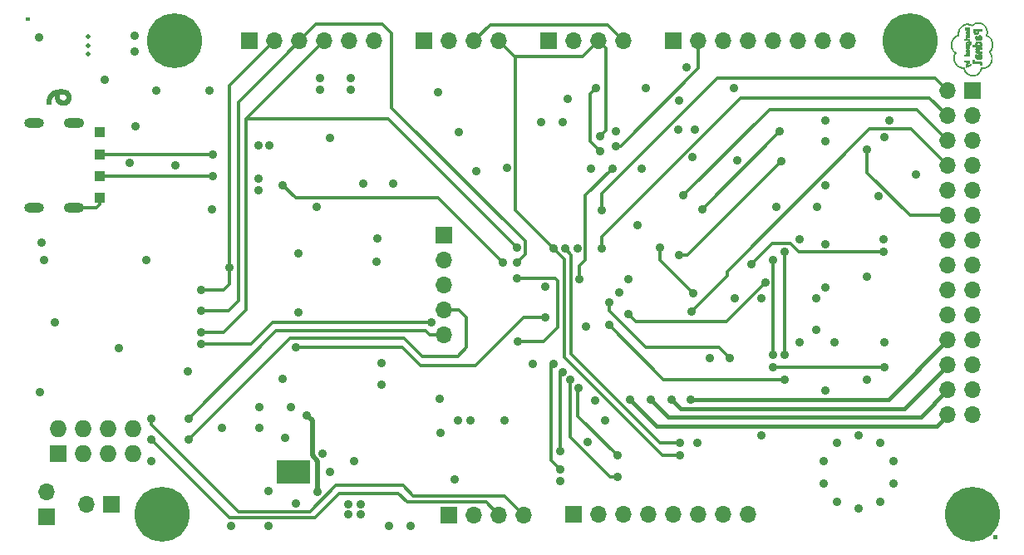
<source format=gbr>
G04 #@! TF.GenerationSoftware,KiCad,Pcbnew,5.1.10-88a1d61d58~90~ubuntu20.04.1*
G04 #@! TF.CreationDate,2021-10-20T11:37:08+02:00*
G04 #@! TF.ProjectId,PSLab,50534c61-622e-46b6-9963-61645f706362,v6.1*
G04 #@! TF.SameCoordinates,Original*
G04 #@! TF.FileFunction,Copper,L4,Bot*
G04 #@! TF.FilePolarity,Positive*
%FSLAX46Y46*%
G04 Gerber Fmt 4.6, Leading zero omitted, Abs format (unit mm)*
G04 Created by KiCad (PCBNEW 5.1.10-88a1d61d58~90~ubuntu20.04.1) date 2021-10-20 11:37:08*
%MOMM*%
%LPD*%
G01*
G04 APERTURE LIST*
G04 #@! TA.AperFunction,EtchedComponent*
%ADD10C,0.010000*%
G04 #@! TD*
G04 #@! TA.AperFunction,ComponentPad*
%ADD11O,1.700000X1.700000*%
G04 #@! TD*
G04 #@! TA.AperFunction,ComponentPad*
%ADD12R,1.700000X1.700000*%
G04 #@! TD*
G04 #@! TA.AperFunction,ComponentPad*
%ADD13C,0.500000*%
G04 #@! TD*
G04 #@! TA.AperFunction,SMDPad,CuDef*
%ADD14R,3.400000X2.400000*%
G04 #@! TD*
G04 #@! TA.AperFunction,SMDPad,CuDef*
%ADD15R,1.000000X1.000000*%
G04 #@! TD*
G04 #@! TA.AperFunction,ComponentPad*
%ADD16R,1.727200X1.727200*%
G04 #@! TD*
G04 #@! TA.AperFunction,ComponentPad*
%ADD17O,1.727200X1.727200*%
G04 #@! TD*
G04 #@! TA.AperFunction,ComponentPad*
%ADD18O,2.100000X1.000000*%
G04 #@! TD*
G04 #@! TA.AperFunction,ComponentPad*
%ADD19O,2.000000X1.000000*%
G04 #@! TD*
G04 #@! TA.AperFunction,ComponentPad*
%ADD20C,5.600000*%
G04 #@! TD*
G04 #@! TA.AperFunction,ViaPad*
%ADD21C,0.914400*%
G04 #@! TD*
G04 #@! TA.AperFunction,Conductor*
%ADD22C,0.304800*%
G04 #@! TD*
G04 #@! TA.AperFunction,Conductor*
%ADD23C,0.508000*%
G04 #@! TD*
G04 #@! TA.AperFunction,Conductor*
%ADD24C,0.406400*%
G04 #@! TD*
G04 #@! TA.AperFunction,NonConductor*
%ADD25C,0.030000*%
G04 #@! TD*
G04 #@! TA.AperFunction,NonConductor*
%ADD26C,0.100000*%
G04 #@! TD*
G04 APERTURE END LIST*
D10*
G36*
X187126336Y-61402403D02*
G01*
X187128716Y-61418179D01*
X187130519Y-61443522D01*
X187131461Y-61473889D01*
X187131534Y-61485719D01*
X187130956Y-61518501D01*
X187128643Y-61542244D01*
X187123591Y-61562000D01*
X187114797Y-61582823D01*
X187110523Y-61591551D01*
X187081686Y-61634528D01*
X187043468Y-61666985D01*
X186996136Y-61688699D01*
X186992742Y-61689736D01*
X186963740Y-61695461D01*
X186926314Y-61698840D01*
X186885218Y-61699853D01*
X186845207Y-61698476D01*
X186811036Y-61694690D01*
X186793250Y-61690631D01*
X186745803Y-61670950D01*
X186709272Y-61644613D01*
X186681290Y-61609735D01*
X186672825Y-61594667D01*
X186665794Y-61573296D01*
X186660362Y-61542066D01*
X186656858Y-61505174D01*
X186656097Y-61481778D01*
X186738498Y-61481778D01*
X186742171Y-61514358D01*
X186751579Y-61547205D01*
X186772001Y-61572052D01*
X186804304Y-61589912D01*
X186807949Y-61591256D01*
X186838463Y-61598020D01*
X186876961Y-61600769D01*
X186917921Y-61599576D01*
X186955820Y-61594513D01*
X186976531Y-61589066D01*
X187008871Y-61571972D01*
X187031575Y-61547259D01*
X187042825Y-61517189D01*
X187043722Y-61505429D01*
X187043722Y-61481778D01*
X186738498Y-61481778D01*
X186656097Y-61481778D01*
X186655610Y-61466813D01*
X186656946Y-61431180D01*
X186658779Y-61415063D01*
X186663587Y-61383000D01*
X187121065Y-61383000D01*
X187126336Y-61402403D01*
G37*
X187126336Y-61402403D02*
X187128716Y-61418179D01*
X187130519Y-61443522D01*
X187131461Y-61473889D01*
X187131534Y-61485719D01*
X187130956Y-61518501D01*
X187128643Y-61542244D01*
X187123591Y-61562000D01*
X187114797Y-61582823D01*
X187110523Y-61591551D01*
X187081686Y-61634528D01*
X187043468Y-61666985D01*
X186996136Y-61688699D01*
X186992742Y-61689736D01*
X186963740Y-61695461D01*
X186926314Y-61698840D01*
X186885218Y-61699853D01*
X186845207Y-61698476D01*
X186811036Y-61694690D01*
X186793250Y-61690631D01*
X186745803Y-61670950D01*
X186709272Y-61644613D01*
X186681290Y-61609735D01*
X186672825Y-61594667D01*
X186665794Y-61573296D01*
X186660362Y-61542066D01*
X186656858Y-61505174D01*
X186656097Y-61481778D01*
X186738498Y-61481778D01*
X186742171Y-61514358D01*
X186751579Y-61547205D01*
X186772001Y-61572052D01*
X186804304Y-61589912D01*
X186807949Y-61591256D01*
X186838463Y-61598020D01*
X186876961Y-61600769D01*
X186917921Y-61599576D01*
X186955820Y-61594513D01*
X186976531Y-61589066D01*
X187008871Y-61571972D01*
X187031575Y-61547259D01*
X187042825Y-61517189D01*
X187043722Y-61505429D01*
X187043722Y-61481778D01*
X186738498Y-61481778D01*
X186656097Y-61481778D01*
X186655610Y-61466813D01*
X186656946Y-61431180D01*
X186658779Y-61415063D01*
X186663587Y-61383000D01*
X187121065Y-61383000D01*
X187126336Y-61402403D01*
G36*
X186974704Y-61744088D02*
G01*
X187009398Y-61747864D01*
X187025265Y-61751511D01*
X187062301Y-61769649D01*
X187092872Y-61798980D01*
X187115876Y-61837645D01*
X187130212Y-61883783D01*
X187134779Y-61935537D01*
X187134767Y-61936378D01*
X187132976Y-61966724D01*
X187129011Y-61996242D01*
X187123579Y-62021669D01*
X187117388Y-62039743D01*
X187111145Y-62047199D01*
X187110750Y-62047239D01*
X187100191Y-62046512D01*
X187080758Y-62044464D01*
X187066119Y-62042713D01*
X187044383Y-62039265D01*
X187034038Y-62035099D01*
X187032375Y-62028859D01*
X187033218Y-62026245D01*
X187042737Y-61992765D01*
X187047470Y-61955614D01*
X187046838Y-61921217D01*
X187044066Y-61906064D01*
X187033677Y-61880502D01*
X187018815Y-61858966D01*
X187002387Y-61844996D01*
X186991126Y-61841611D01*
X186986992Y-61843301D01*
X186984034Y-61849660D01*
X186982064Y-61862622D01*
X186980898Y-61884120D01*
X186980346Y-61916088D01*
X186980222Y-61954500D01*
X186980222Y-62067389D01*
X186932597Y-62067079D01*
X186903491Y-62065524D01*
X186876114Y-62061798D01*
X186859467Y-62057655D01*
X186819809Y-62038157D01*
X186791237Y-62011309D01*
X186772808Y-61975783D01*
X186763581Y-61930253D01*
X186762870Y-61921571D01*
X186764113Y-61902894D01*
X186846283Y-61902894D01*
X186850314Y-61929659D01*
X186863629Y-61953116D01*
X186884329Y-61969587D01*
X186904375Y-61975220D01*
X186906647Y-61968877D01*
X186908431Y-61951463D01*
X186909485Y-61926013D01*
X186909667Y-61908639D01*
X186909288Y-61879836D01*
X186908270Y-61857234D01*
X186906791Y-61843895D01*
X186905789Y-61841611D01*
X186892663Y-61845914D01*
X186875452Y-61856183D01*
X186860100Y-61868456D01*
X186853432Y-61876498D01*
X186846283Y-61902894D01*
X186764113Y-61902894D01*
X186766096Y-61873098D01*
X186781816Y-61829639D01*
X186808877Y-61792961D01*
X186846130Y-61764835D01*
X186872611Y-61752900D01*
X186900566Y-61746659D01*
X186936512Y-61743704D01*
X186974704Y-61744088D01*
G37*
X186974704Y-61744088D02*
X187009398Y-61747864D01*
X187025265Y-61751511D01*
X187062301Y-61769649D01*
X187092872Y-61798980D01*
X187115876Y-61837645D01*
X187130212Y-61883783D01*
X187134779Y-61935537D01*
X187134767Y-61936378D01*
X187132976Y-61966724D01*
X187129011Y-61996242D01*
X187123579Y-62021669D01*
X187117388Y-62039743D01*
X187111145Y-62047199D01*
X187110750Y-62047239D01*
X187100191Y-62046512D01*
X187080758Y-62044464D01*
X187066119Y-62042713D01*
X187044383Y-62039265D01*
X187034038Y-62035099D01*
X187032375Y-62028859D01*
X187033218Y-62026245D01*
X187042737Y-61992765D01*
X187047470Y-61955614D01*
X187046838Y-61921217D01*
X187044066Y-61906064D01*
X187033677Y-61880502D01*
X187018815Y-61858966D01*
X187002387Y-61844996D01*
X186991126Y-61841611D01*
X186986992Y-61843301D01*
X186984034Y-61849660D01*
X186982064Y-61862622D01*
X186980898Y-61884120D01*
X186980346Y-61916088D01*
X186980222Y-61954500D01*
X186980222Y-62067389D01*
X186932597Y-62067079D01*
X186903491Y-62065524D01*
X186876114Y-62061798D01*
X186859467Y-62057655D01*
X186819809Y-62038157D01*
X186791237Y-62011309D01*
X186772808Y-61975783D01*
X186763581Y-61930253D01*
X186762870Y-61921571D01*
X186764113Y-61902894D01*
X186846283Y-61902894D01*
X186850314Y-61929659D01*
X186863629Y-61953116D01*
X186884329Y-61969587D01*
X186904375Y-61975220D01*
X186906647Y-61968877D01*
X186908431Y-61951463D01*
X186909485Y-61926013D01*
X186909667Y-61908639D01*
X186909288Y-61879836D01*
X186908270Y-61857234D01*
X186906791Y-61843895D01*
X186905789Y-61841611D01*
X186892663Y-61845914D01*
X186875452Y-61856183D01*
X186860100Y-61868456D01*
X186853432Y-61876498D01*
X186846283Y-61902894D01*
X186764113Y-61902894D01*
X186766096Y-61873098D01*
X186781816Y-61829639D01*
X186808877Y-61792961D01*
X186846130Y-61764835D01*
X186872611Y-61752900D01*
X186900566Y-61746659D01*
X186936512Y-61743704D01*
X186974704Y-61744088D01*
G36*
X188334889Y-61735778D02*
G01*
X188073834Y-61735778D01*
X188073711Y-61790459D01*
X188069329Y-61858551D01*
X188056917Y-61920658D01*
X188037103Y-61974830D01*
X188010515Y-62019118D01*
X187994049Y-62037763D01*
X187964539Y-62063044D01*
X187933917Y-62080794D01*
X187898810Y-62092204D01*
X187855841Y-62098466D01*
X187816306Y-62100503D01*
X187768688Y-62100439D01*
X187732086Y-62097669D01*
X187710472Y-62093164D01*
X187661576Y-62071782D01*
X187621937Y-62042354D01*
X187590848Y-62003853D01*
X187567598Y-61955253D01*
X187551478Y-61895526D01*
X187544876Y-61853457D01*
X187542757Y-61824227D01*
X187542100Y-61786081D01*
X187542747Y-61742795D01*
X187543029Y-61735778D01*
X187685778Y-61735778D01*
X187685778Y-61796553D01*
X187688585Y-61843067D01*
X187697595Y-61878445D01*
X187713693Y-61904619D01*
X187737764Y-61923523D01*
X187745750Y-61927634D01*
X187777811Y-61936592D01*
X187815379Y-61937903D01*
X187852294Y-61931855D01*
X187878002Y-61921463D01*
X187901303Y-61901529D01*
X187917736Y-61871883D01*
X187927806Y-61831320D01*
X187931429Y-61794142D01*
X187934492Y-61735778D01*
X187685778Y-61735778D01*
X187543029Y-61735778D01*
X187544543Y-61698141D01*
X187547331Y-61655892D01*
X187550955Y-61619821D01*
X187555257Y-61593702D01*
X187555719Y-61591784D01*
X187560308Y-61573500D01*
X188334889Y-61573500D01*
X188334889Y-61735778D01*
G37*
X188334889Y-61735778D02*
X188073834Y-61735778D01*
X188073711Y-61790459D01*
X188069329Y-61858551D01*
X188056917Y-61920658D01*
X188037103Y-61974830D01*
X188010515Y-62019118D01*
X187994049Y-62037763D01*
X187964539Y-62063044D01*
X187933917Y-62080794D01*
X187898810Y-62092204D01*
X187855841Y-62098466D01*
X187816306Y-62100503D01*
X187768688Y-62100439D01*
X187732086Y-62097669D01*
X187710472Y-62093164D01*
X187661576Y-62071782D01*
X187621937Y-62042354D01*
X187590848Y-62003853D01*
X187567598Y-61955253D01*
X187551478Y-61895526D01*
X187544876Y-61853457D01*
X187542757Y-61824227D01*
X187542100Y-61786081D01*
X187542747Y-61742795D01*
X187543029Y-61735778D01*
X187685778Y-61735778D01*
X187685778Y-61796553D01*
X187688585Y-61843067D01*
X187697595Y-61878445D01*
X187713693Y-61904619D01*
X187737764Y-61923523D01*
X187745750Y-61927634D01*
X187777811Y-61936592D01*
X187815379Y-61937903D01*
X187852294Y-61931855D01*
X187878002Y-61921463D01*
X187901303Y-61901529D01*
X187917736Y-61871883D01*
X187927806Y-61831320D01*
X187931429Y-61794142D01*
X187934492Y-61735778D01*
X187685778Y-61735778D01*
X187543029Y-61735778D01*
X187544543Y-61698141D01*
X187547331Y-61655892D01*
X187550955Y-61619821D01*
X187555257Y-61593702D01*
X187555719Y-61591784D01*
X187560308Y-61573500D01*
X188334889Y-61573500D01*
X188334889Y-61735778D01*
G36*
X187105736Y-62136895D02*
G01*
X187113880Y-62152255D01*
X187118986Y-62164403D01*
X187127039Y-62195005D01*
X187131607Y-62233045D01*
X187132715Y-62274103D01*
X187130390Y-62313758D01*
X187124658Y-62347591D01*
X187117806Y-62367157D01*
X187095279Y-62398432D01*
X187066005Y-62418461D01*
X187032324Y-62426433D01*
X186996574Y-62421536D01*
X186980329Y-62414864D01*
X186958289Y-62398175D01*
X186938377Y-62370699D01*
X186919775Y-62331142D01*
X186909481Y-62302806D01*
X186899575Y-62277882D01*
X186888573Y-62257002D01*
X186880505Y-62246455D01*
X186869565Y-62237719D01*
X186862759Y-62238824D01*
X186856113Y-62246984D01*
X186849256Y-62265178D01*
X186846571Y-62292133D01*
X186848031Y-62323137D01*
X186853606Y-62353479D01*
X186856826Y-62363936D01*
X186862810Y-62382203D01*
X186865703Y-62393708D01*
X186865645Y-62395527D01*
X186856774Y-62398336D01*
X186839269Y-62401882D01*
X186818081Y-62405385D01*
X186798159Y-62408066D01*
X186784454Y-62409146D01*
X186781387Y-62408792D01*
X186775817Y-62398884D01*
X186770647Y-62378522D01*
X186766380Y-62351364D01*
X186763519Y-62321067D01*
X186762567Y-62291289D01*
X186763086Y-62275718D01*
X186769814Y-62231104D01*
X186783100Y-62193835D01*
X186801898Y-62166394D01*
X186812979Y-62157174D01*
X186845814Y-62143108D01*
X186880873Y-62140522D01*
X186914373Y-62148959D01*
X186942532Y-62167961D01*
X186947588Y-62173458D01*
X186958689Y-62190828D01*
X186970783Y-62216111D01*
X186980530Y-62241779D01*
X186989943Y-62268954D01*
X186999228Y-62293363D01*
X187006059Y-62309042D01*
X187017882Y-62323284D01*
X187031703Y-62328168D01*
X187043291Y-62322832D01*
X187046495Y-62317284D01*
X187050464Y-62295394D01*
X187050328Y-62265091D01*
X187046470Y-62231337D01*
X187039279Y-62199097D01*
X187036667Y-62190861D01*
X187029272Y-62169095D01*
X187024164Y-62153531D01*
X187022556Y-62148008D01*
X187028694Y-62145711D01*
X187043936Y-62141824D01*
X187063524Y-62137400D01*
X187082702Y-62133491D01*
X187096712Y-62131151D01*
X187099931Y-62130889D01*
X187105736Y-62136895D01*
G37*
X187105736Y-62136895D02*
X187113880Y-62152255D01*
X187118986Y-62164403D01*
X187127039Y-62195005D01*
X187131607Y-62233045D01*
X187132715Y-62274103D01*
X187130390Y-62313758D01*
X187124658Y-62347591D01*
X187117806Y-62367157D01*
X187095279Y-62398432D01*
X187066005Y-62418461D01*
X187032324Y-62426433D01*
X186996574Y-62421536D01*
X186980329Y-62414864D01*
X186958289Y-62398175D01*
X186938377Y-62370699D01*
X186919775Y-62331142D01*
X186909481Y-62302806D01*
X186899575Y-62277882D01*
X186888573Y-62257002D01*
X186880505Y-62246455D01*
X186869565Y-62237719D01*
X186862759Y-62238824D01*
X186856113Y-62246984D01*
X186849256Y-62265178D01*
X186846571Y-62292133D01*
X186848031Y-62323137D01*
X186853606Y-62353479D01*
X186856826Y-62363936D01*
X186862810Y-62382203D01*
X186865703Y-62393708D01*
X186865645Y-62395527D01*
X186856774Y-62398336D01*
X186839269Y-62401882D01*
X186818081Y-62405385D01*
X186798159Y-62408066D01*
X186784454Y-62409146D01*
X186781387Y-62408792D01*
X186775817Y-62398884D01*
X186770647Y-62378522D01*
X186766380Y-62351364D01*
X186763519Y-62321067D01*
X186762567Y-62291289D01*
X186763086Y-62275718D01*
X186769814Y-62231104D01*
X186783100Y-62193835D01*
X186801898Y-62166394D01*
X186812979Y-62157174D01*
X186845814Y-62143108D01*
X186880873Y-62140522D01*
X186914373Y-62148959D01*
X186942532Y-62167961D01*
X186947588Y-62173458D01*
X186958689Y-62190828D01*
X186970783Y-62216111D01*
X186980530Y-62241779D01*
X186989943Y-62268954D01*
X186999228Y-62293363D01*
X187006059Y-62309042D01*
X187017882Y-62323284D01*
X187031703Y-62328168D01*
X187043291Y-62322832D01*
X187046495Y-62317284D01*
X187050464Y-62295394D01*
X187050328Y-62265091D01*
X187046470Y-62231337D01*
X187039279Y-62199097D01*
X187036667Y-62190861D01*
X187029272Y-62169095D01*
X187024164Y-62153531D01*
X187022556Y-62148008D01*
X187028694Y-62145711D01*
X187043936Y-62141824D01*
X187063524Y-62137400D01*
X187082702Y-62133491D01*
X187096712Y-62131151D01*
X187099931Y-62130889D01*
X187105736Y-62136895D01*
G36*
X186702200Y-62568790D02*
G01*
X186721251Y-62585301D01*
X186732034Y-62608914D01*
X186733278Y-62621250D01*
X186727346Y-62647119D01*
X186711823Y-62666876D01*
X186690115Y-62679102D01*
X186665631Y-62682372D01*
X186641779Y-62675267D01*
X186628674Y-62664893D01*
X186616046Y-62642465D01*
X186612996Y-62615918D01*
X186619464Y-62590665D01*
X186629663Y-62576619D01*
X186652984Y-62562975D01*
X186678303Y-62560857D01*
X186702200Y-62568790D01*
G37*
X186702200Y-62568790D02*
X186721251Y-62585301D01*
X186732034Y-62608914D01*
X186733278Y-62621250D01*
X186727346Y-62647119D01*
X186711823Y-62666876D01*
X186690115Y-62679102D01*
X186665631Y-62682372D01*
X186641779Y-62675267D01*
X186628674Y-62664893D01*
X186616046Y-62642465D01*
X186612996Y-62615918D01*
X186619464Y-62590665D01*
X186629663Y-62576619D01*
X186652984Y-62562975D01*
X186678303Y-62560857D01*
X186702200Y-62568790D01*
G36*
X188212393Y-62197506D02*
G01*
X188257086Y-62213856D01*
X188293047Y-62241055D01*
X188320745Y-62279385D01*
X188328308Y-62294879D01*
X188337443Y-62324897D01*
X188344000Y-62365935D01*
X188347890Y-62415123D01*
X188349021Y-62469590D01*
X188347302Y-62526466D01*
X188342643Y-62582880D01*
X188338455Y-62614938D01*
X188326302Y-62695334D01*
X188113637Y-62694857D01*
X188040872Y-62694428D01*
X187981489Y-62693480D01*
X187934770Y-62691985D01*
X187899994Y-62689915D01*
X187876443Y-62687243D01*
X187867879Y-62685471D01*
X187821884Y-62666905D01*
X187784884Y-62638037D01*
X187756106Y-62598127D01*
X187740377Y-62563047D01*
X187733191Y-62540087D01*
X187728604Y-62515650D01*
X187726107Y-62485677D01*
X187725193Y-62446108D01*
X187725169Y-62441334D01*
X187726036Y-62400483D01*
X187728695Y-62359139D01*
X187732769Y-62320412D01*
X187737884Y-62287409D01*
X187743663Y-62263242D01*
X187747885Y-62253274D01*
X187755294Y-62250018D01*
X187772414Y-62250084D01*
X187800876Y-62253540D01*
X187816945Y-62256074D01*
X187881085Y-62266650D01*
X187871736Y-62306367D01*
X187865426Y-62342974D01*
X187862308Y-62382885D01*
X187862299Y-62422353D01*
X187865313Y-62457635D01*
X187871267Y-62484986D01*
X187875992Y-62495672D01*
X187897947Y-62520030D01*
X187926702Y-62535730D01*
X187951775Y-62540105D01*
X187971528Y-62540099D01*
X187971528Y-62484165D01*
X188080989Y-62484165D01*
X188081970Y-62510139D01*
X188084753Y-62527748D01*
X188085172Y-62528951D01*
X188089989Y-62534517D01*
X188100997Y-62537934D01*
X188120848Y-62539650D01*
X188151377Y-62540111D01*
X188181169Y-62539872D01*
X188199792Y-62538682D01*
X188210185Y-62535838D01*
X188215288Y-62530634D01*
X188217553Y-62524236D01*
X188221259Y-62497692D01*
X188221353Y-62463909D01*
X188218026Y-62429239D01*
X188214061Y-62408997D01*
X188200937Y-62378486D01*
X188181460Y-62358787D01*
X188158351Y-62349949D01*
X188134333Y-62352024D01*
X188112128Y-62365061D01*
X188094458Y-62389113D01*
X188087776Y-62406643D01*
X188084000Y-62427357D01*
X188081701Y-62454884D01*
X188080989Y-62484165D01*
X187971528Y-62484165D01*
X187971528Y-62443091D01*
X187972610Y-62389350D01*
X187976284Y-62346873D01*
X187983192Y-62312953D01*
X187993978Y-62284879D01*
X188009283Y-62259941D01*
X188017436Y-62249480D01*
X188050286Y-62219369D01*
X188090478Y-62200404D01*
X188139065Y-62192153D01*
X188158500Y-62191719D01*
X188212393Y-62197506D01*
G37*
X188212393Y-62197506D02*
X188257086Y-62213856D01*
X188293047Y-62241055D01*
X188320745Y-62279385D01*
X188328308Y-62294879D01*
X188337443Y-62324897D01*
X188344000Y-62365935D01*
X188347890Y-62415123D01*
X188349021Y-62469590D01*
X188347302Y-62526466D01*
X188342643Y-62582880D01*
X188338455Y-62614938D01*
X188326302Y-62695334D01*
X188113637Y-62694857D01*
X188040872Y-62694428D01*
X187981489Y-62693480D01*
X187934770Y-62691985D01*
X187899994Y-62689915D01*
X187876443Y-62687243D01*
X187867879Y-62685471D01*
X187821884Y-62666905D01*
X187784884Y-62638037D01*
X187756106Y-62598127D01*
X187740377Y-62563047D01*
X187733191Y-62540087D01*
X187728604Y-62515650D01*
X187726107Y-62485677D01*
X187725193Y-62446108D01*
X187725169Y-62441334D01*
X187726036Y-62400483D01*
X187728695Y-62359139D01*
X187732769Y-62320412D01*
X187737884Y-62287409D01*
X187743663Y-62263242D01*
X187747885Y-62253274D01*
X187755294Y-62250018D01*
X187772414Y-62250084D01*
X187800876Y-62253540D01*
X187816945Y-62256074D01*
X187881085Y-62266650D01*
X187871736Y-62306367D01*
X187865426Y-62342974D01*
X187862308Y-62382885D01*
X187862299Y-62422353D01*
X187865313Y-62457635D01*
X187871267Y-62484986D01*
X187875992Y-62495672D01*
X187897947Y-62520030D01*
X187926702Y-62535730D01*
X187951775Y-62540105D01*
X187971528Y-62540099D01*
X187971528Y-62484165D01*
X188080989Y-62484165D01*
X188081970Y-62510139D01*
X188084753Y-62527748D01*
X188085172Y-62528951D01*
X188089989Y-62534517D01*
X188100997Y-62537934D01*
X188120848Y-62539650D01*
X188151377Y-62540111D01*
X188181169Y-62539872D01*
X188199792Y-62538682D01*
X188210185Y-62535838D01*
X188215288Y-62530634D01*
X188217553Y-62524236D01*
X188221259Y-62497692D01*
X188221353Y-62463909D01*
X188218026Y-62429239D01*
X188214061Y-62408997D01*
X188200937Y-62378486D01*
X188181460Y-62358787D01*
X188158351Y-62349949D01*
X188134333Y-62352024D01*
X188112128Y-62365061D01*
X188094458Y-62389113D01*
X188087776Y-62406643D01*
X188084000Y-62427357D01*
X188081701Y-62454884D01*
X188080989Y-62484165D01*
X187971528Y-62484165D01*
X187971528Y-62443091D01*
X187972610Y-62389350D01*
X187976284Y-62346873D01*
X187983192Y-62312953D01*
X187993978Y-62284879D01*
X188009283Y-62259941D01*
X188017436Y-62249480D01*
X188050286Y-62219369D01*
X188090478Y-62200404D01*
X188139065Y-62192153D01*
X188158500Y-62191719D01*
X188212393Y-62197506D01*
G36*
X186853222Y-62589500D02*
G01*
X186943892Y-62589500D01*
X186980619Y-62590120D01*
X187014333Y-62591810D01*
X187041385Y-62594316D01*
X187058128Y-62597381D01*
X187058545Y-62597516D01*
X187090714Y-62614647D01*
X187116115Y-62640602D01*
X187129142Y-62665865D01*
X187133361Y-62690739D01*
X187133657Y-62723176D01*
X187130438Y-62757308D01*
X187124112Y-62787267D01*
X187119908Y-62798853D01*
X187114109Y-62810283D01*
X187107244Y-62815723D01*
X187095153Y-62816385D01*
X187073675Y-62813480D01*
X187071072Y-62813075D01*
X187031395Y-62806885D01*
X187041086Y-62774683D01*
X187048470Y-62746250D01*
X187049860Y-62726830D01*
X187045020Y-62712550D01*
X187036667Y-62702389D01*
X187030675Y-62697338D01*
X187022885Y-62693655D01*
X187011157Y-62691127D01*
X186993348Y-62689540D01*
X186967317Y-62688680D01*
X186930922Y-62688332D01*
X186895556Y-62688278D01*
X186768556Y-62688278D01*
X186768556Y-62490722D01*
X186853222Y-62490722D01*
X186853222Y-62589500D01*
G37*
X186853222Y-62589500D02*
X186943892Y-62589500D01*
X186980619Y-62590120D01*
X187014333Y-62591810D01*
X187041385Y-62594316D01*
X187058128Y-62597381D01*
X187058545Y-62597516D01*
X187090714Y-62614647D01*
X187116115Y-62640602D01*
X187129142Y-62665865D01*
X187133361Y-62690739D01*
X187133657Y-62723176D01*
X187130438Y-62757308D01*
X187124112Y-62787267D01*
X187119908Y-62798853D01*
X187114109Y-62810283D01*
X187107244Y-62815723D01*
X187095153Y-62816385D01*
X187073675Y-62813480D01*
X187071072Y-62813075D01*
X187031395Y-62806885D01*
X187041086Y-62774683D01*
X187048470Y-62746250D01*
X187049860Y-62726830D01*
X187045020Y-62712550D01*
X187036667Y-62702389D01*
X187030675Y-62697338D01*
X187022885Y-62693655D01*
X187011157Y-62691127D01*
X186993348Y-62689540D01*
X186967317Y-62688680D01*
X186930922Y-62688332D01*
X186895556Y-62688278D01*
X186768556Y-62688278D01*
X186768556Y-62490722D01*
X186853222Y-62490722D01*
X186853222Y-62589500D01*
G36*
X186974180Y-62867035D02*
G01*
X187019296Y-62876305D01*
X187054649Y-62894356D01*
X187081162Y-62921571D01*
X187090730Y-62937439D01*
X187098408Y-62961450D01*
X187102337Y-62992882D01*
X187102102Y-63025442D01*
X187098164Y-63049875D01*
X187095778Y-63063689D01*
X187101654Y-63068678D01*
X187112914Y-63069278D01*
X187137150Y-63063200D01*
X187154607Y-63045974D01*
X187164735Y-63019115D01*
X187166987Y-62984137D01*
X187160813Y-62942554D01*
X187160023Y-62939321D01*
X187154597Y-62915236D01*
X187151633Y-62896976D01*
X187151744Y-62888362D01*
X187151818Y-62888275D01*
X187160993Y-62884261D01*
X187178535Y-62879364D01*
X187198873Y-62874901D01*
X187216436Y-62872188D01*
X187221171Y-62871891D01*
X187230501Y-62878414D01*
X187238650Y-62896731D01*
X187245099Y-62924540D01*
X187249328Y-62959539D01*
X187250819Y-62999427D01*
X187250800Y-63003269D01*
X187246471Y-63054922D01*
X187233995Y-63095749D01*
X187212685Y-63126905D01*
X187181852Y-63149544D01*
X187157322Y-63159921D01*
X187144203Y-63162112D01*
X187120171Y-63163992D01*
X187087500Y-63165547D01*
X187048465Y-63166760D01*
X187005339Y-63167618D01*
X186960399Y-63168105D01*
X186915917Y-63168206D01*
X186874169Y-63167906D01*
X186837429Y-63167191D01*
X186807972Y-63166044D01*
X186788073Y-63164453D01*
X186780006Y-63162403D01*
X186777118Y-63153035D01*
X186772877Y-63133855D01*
X186768195Y-63108983D01*
X186768114Y-63108521D01*
X186762536Y-63048643D01*
X186763258Y-63040592D01*
X186846167Y-63040592D01*
X186846167Y-63069278D01*
X187014861Y-63069278D01*
X187019485Y-63044630D01*
X187021454Y-63022379D01*
X187019800Y-63002827D01*
X187019702Y-63002425D01*
X187008575Y-62984564D01*
X186987753Y-62972075D01*
X186960621Y-62965041D01*
X186930567Y-62963546D01*
X186900977Y-62967674D01*
X186875238Y-62977507D01*
X186856737Y-62993129D01*
X186853432Y-62998332D01*
X186848704Y-63014115D01*
X186846259Y-63035852D01*
X186846167Y-63040592D01*
X186763258Y-63040592D01*
X186767356Y-62994964D01*
X186782223Y-62948717D01*
X186806785Y-62911136D01*
X186830567Y-62889931D01*
X186847764Y-62879127D01*
X186864700Y-62872431D01*
X186886093Y-62868566D01*
X186916660Y-62866256D01*
X186918376Y-62866165D01*
X186974180Y-62867035D01*
G37*
X186974180Y-62867035D02*
X187019296Y-62876305D01*
X187054649Y-62894356D01*
X187081162Y-62921571D01*
X187090730Y-62937439D01*
X187098408Y-62961450D01*
X187102337Y-62992882D01*
X187102102Y-63025442D01*
X187098164Y-63049875D01*
X187095778Y-63063689D01*
X187101654Y-63068678D01*
X187112914Y-63069278D01*
X187137150Y-63063200D01*
X187154607Y-63045974D01*
X187164735Y-63019115D01*
X187166987Y-62984137D01*
X187160813Y-62942554D01*
X187160023Y-62939321D01*
X187154597Y-62915236D01*
X187151633Y-62896976D01*
X187151744Y-62888362D01*
X187151818Y-62888275D01*
X187160993Y-62884261D01*
X187178535Y-62879364D01*
X187198873Y-62874901D01*
X187216436Y-62872188D01*
X187221171Y-62871891D01*
X187230501Y-62878414D01*
X187238650Y-62896731D01*
X187245099Y-62924540D01*
X187249328Y-62959539D01*
X187250819Y-62999427D01*
X187250800Y-63003269D01*
X187246471Y-63054922D01*
X187233995Y-63095749D01*
X187212685Y-63126905D01*
X187181852Y-63149544D01*
X187157322Y-63159921D01*
X187144203Y-63162112D01*
X187120171Y-63163992D01*
X187087500Y-63165547D01*
X187048465Y-63166760D01*
X187005339Y-63167618D01*
X186960399Y-63168105D01*
X186915917Y-63168206D01*
X186874169Y-63167906D01*
X186837429Y-63167191D01*
X186807972Y-63166044D01*
X186788073Y-63164453D01*
X186780006Y-63162403D01*
X186777118Y-63153035D01*
X186772877Y-63133855D01*
X186768195Y-63108983D01*
X186768114Y-63108521D01*
X186762536Y-63048643D01*
X186763258Y-63040592D01*
X186846167Y-63040592D01*
X186846167Y-63069278D01*
X187014861Y-63069278D01*
X187019485Y-63044630D01*
X187021454Y-63022379D01*
X187019800Y-63002827D01*
X187019702Y-63002425D01*
X187008575Y-62984564D01*
X186987753Y-62972075D01*
X186960621Y-62965041D01*
X186930567Y-62963546D01*
X186900977Y-62967674D01*
X186875238Y-62977507D01*
X186856737Y-62993129D01*
X186853432Y-62998332D01*
X186848704Y-63014115D01*
X186846259Y-63035852D01*
X186846167Y-63040592D01*
X186763258Y-63040592D01*
X186767356Y-62994964D01*
X186782223Y-62948717D01*
X186806785Y-62911136D01*
X186830567Y-62889931D01*
X186847764Y-62879127D01*
X186864700Y-62872431D01*
X186886093Y-62868566D01*
X186916660Y-62866256D01*
X186918376Y-62866165D01*
X186974180Y-62867035D01*
G36*
X188110787Y-62806283D02*
G01*
X188175042Y-62821449D01*
X188230122Y-62846392D01*
X188275503Y-62880838D01*
X188310662Y-62924513D01*
X188324884Y-62951115D01*
X188333983Y-62972642D01*
X188340094Y-62992471D01*
X188343957Y-63014678D01*
X188346311Y-63043342D01*
X188347718Y-63077016D01*
X188346887Y-63156482D01*
X188339333Y-63231001D01*
X188327290Y-63289764D01*
X188320234Y-63316222D01*
X187452676Y-63316222D01*
X187456177Y-63300347D01*
X187459129Y-63285151D01*
X187463299Y-63261536D01*
X187467126Y-63238611D01*
X187471654Y-63211395D01*
X187475880Y-63187091D01*
X187478431Y-63173347D01*
X187482288Y-63153945D01*
X187748652Y-63153945D01*
X187738382Y-63124835D01*
X187731737Y-63095001D01*
X187729693Y-63069625D01*
X187867790Y-63069625D01*
X187871931Y-63107088D01*
X187879180Y-63128841D01*
X187889669Y-63153945D01*
X188207889Y-63153945D01*
X188207889Y-63102071D01*
X188204198Y-63059774D01*
X188192293Y-63026959D01*
X188170923Y-63002327D01*
X188138837Y-62984579D01*
X188094785Y-62972416D01*
X188080776Y-62969936D01*
X188039046Y-62966766D01*
X187993990Y-62969144D01*
X187951208Y-62976444D01*
X187916301Y-62988038D01*
X187915508Y-62988410D01*
X187890256Y-63007667D01*
X187874124Y-63035611D01*
X187867790Y-63069625D01*
X187729693Y-63069625D01*
X187728681Y-63057076D01*
X187729191Y-63016613D01*
X187733244Y-62979164D01*
X187739078Y-62954941D01*
X187760695Y-62912822D01*
X187794171Y-62876406D01*
X187838175Y-62846376D01*
X187891377Y-62823419D01*
X187952445Y-62808218D01*
X188020050Y-62801458D01*
X188037881Y-62801167D01*
X188110787Y-62806283D01*
G37*
X188110787Y-62806283D02*
X188175042Y-62821449D01*
X188230122Y-62846392D01*
X188275503Y-62880838D01*
X188310662Y-62924513D01*
X188324884Y-62951115D01*
X188333983Y-62972642D01*
X188340094Y-62992471D01*
X188343957Y-63014678D01*
X188346311Y-63043342D01*
X188347718Y-63077016D01*
X188346887Y-63156482D01*
X188339333Y-63231001D01*
X188327290Y-63289764D01*
X188320234Y-63316222D01*
X187452676Y-63316222D01*
X187456177Y-63300347D01*
X187459129Y-63285151D01*
X187463299Y-63261536D01*
X187467126Y-63238611D01*
X187471654Y-63211395D01*
X187475880Y-63187091D01*
X187478431Y-63173347D01*
X187482288Y-63153945D01*
X187748652Y-63153945D01*
X187738382Y-63124835D01*
X187731737Y-63095001D01*
X187729693Y-63069625D01*
X187867790Y-63069625D01*
X187871931Y-63107088D01*
X187879180Y-63128841D01*
X187889669Y-63153945D01*
X188207889Y-63153945D01*
X188207889Y-63102071D01*
X188204198Y-63059774D01*
X188192293Y-63026959D01*
X188170923Y-63002327D01*
X188138837Y-62984579D01*
X188094785Y-62972416D01*
X188080776Y-62969936D01*
X188039046Y-62966766D01*
X187993990Y-62969144D01*
X187951208Y-62976444D01*
X187916301Y-62988038D01*
X187915508Y-62988410D01*
X187890256Y-63007667D01*
X187874124Y-63035611D01*
X187867790Y-63069625D01*
X187729693Y-63069625D01*
X187728681Y-63057076D01*
X187729191Y-63016613D01*
X187733244Y-62979164D01*
X187739078Y-62954941D01*
X187760695Y-62912822D01*
X187794171Y-62876406D01*
X187838175Y-62846376D01*
X187891377Y-62823419D01*
X187952445Y-62808218D01*
X188020050Y-62801458D01*
X188037881Y-62801167D01*
X188110787Y-62806283D01*
G36*
X187128389Y-63358556D02*
G01*
X186991281Y-63358556D01*
X186944053Y-63358622D01*
X186909028Y-63358948D01*
X186884300Y-63359725D01*
X186867961Y-63361145D01*
X186858104Y-63363399D01*
X186852820Y-63366680D01*
X186850204Y-63371178D01*
X186849659Y-63372778D01*
X186848731Y-63391161D01*
X186853965Y-63412663D01*
X186863282Y-63431259D01*
X186872966Y-63440328D01*
X186883741Y-63442276D01*
X186906043Y-63444271D01*
X186937289Y-63446152D01*
X186974896Y-63447757D01*
X187006681Y-63448706D01*
X187128389Y-63451674D01*
X187128389Y-63549056D01*
X187013736Y-63548283D01*
X186972315Y-63547646D01*
X186933493Y-63546400D01*
X186900518Y-63544696D01*
X186876640Y-63542684D01*
X186868633Y-63541516D01*
X186828508Y-63528193D01*
X186797506Y-63506438D01*
X186778840Y-63480400D01*
X186769051Y-63448943D01*
X186764026Y-63408393D01*
X186763989Y-63363019D01*
X186769167Y-63317091D01*
X186769969Y-63312695D01*
X186779312Y-63263306D01*
X186953851Y-63261419D01*
X187128389Y-63259531D01*
X187128389Y-63358556D01*
G37*
X187128389Y-63358556D02*
X186991281Y-63358556D01*
X186944053Y-63358622D01*
X186909028Y-63358948D01*
X186884300Y-63359725D01*
X186867961Y-63361145D01*
X186858104Y-63363399D01*
X186852820Y-63366680D01*
X186850204Y-63371178D01*
X186849659Y-63372778D01*
X186848731Y-63391161D01*
X186853965Y-63412663D01*
X186863282Y-63431259D01*
X186872966Y-63440328D01*
X186883741Y-63442276D01*
X186906043Y-63444271D01*
X186937289Y-63446152D01*
X186974896Y-63447757D01*
X187006681Y-63448706D01*
X187128389Y-63451674D01*
X187128389Y-63549056D01*
X187013736Y-63548283D01*
X186972315Y-63547646D01*
X186933493Y-63546400D01*
X186900518Y-63544696D01*
X186876640Y-63542684D01*
X186868633Y-63541516D01*
X186828508Y-63528193D01*
X186797506Y-63506438D01*
X186778840Y-63480400D01*
X186769051Y-63448943D01*
X186764026Y-63408393D01*
X186763989Y-63363019D01*
X186769167Y-63317091D01*
X186769969Y-63312695D01*
X186779312Y-63263306D01*
X186953851Y-63261419D01*
X187128389Y-63259531D01*
X187128389Y-63358556D01*
G36*
X187002620Y-63614578D02*
G01*
X187048090Y-63630558D01*
X187084440Y-63656971D01*
X187111227Y-63693306D01*
X187128010Y-63739050D01*
X187134345Y-63793690D01*
X187133480Y-63823871D01*
X187130567Y-63852936D01*
X187126487Y-63879014D01*
X187122096Y-63896702D01*
X187121857Y-63897339D01*
X187116780Y-63908606D01*
X187110172Y-63914105D01*
X187098007Y-63915101D01*
X187076257Y-63912863D01*
X187073580Y-63912533D01*
X187051594Y-63909636D01*
X187036351Y-63907295D01*
X187031768Y-63906249D01*
X187032641Y-63899327D01*
X187036268Y-63882504D01*
X187041414Y-63861236D01*
X187048839Y-63813557D01*
X187045382Y-63773432D01*
X187031147Y-63741581D01*
X187022494Y-63731353D01*
X187007989Y-63717709D01*
X186997231Y-63710718D01*
X186989665Y-63711598D01*
X186984736Y-63721567D01*
X186981890Y-63741847D01*
X186980571Y-63773654D01*
X186980225Y-63818208D01*
X186980222Y-63824222D01*
X186980222Y-63937111D01*
X186936125Y-63936639D01*
X186906273Y-63934732D01*
X186876714Y-63930334D01*
X186861173Y-63926544D01*
X186823209Y-63907691D01*
X186792921Y-63878454D01*
X186772013Y-63841235D01*
X186762187Y-63798433D01*
X186761655Y-63786235D01*
X186761991Y-63783341D01*
X186845620Y-63783341D01*
X186852936Y-63808220D01*
X186871486Y-63828303D01*
X186883764Y-63835104D01*
X186899186Y-63841685D01*
X186907577Y-63845025D01*
X186907903Y-63845113D01*
X186908661Y-63838693D01*
X186909255Y-63821209D01*
X186909606Y-63795711D01*
X186909667Y-63778361D01*
X186908878Y-63743237D01*
X186905918Y-63721200D01*
X186899893Y-63711284D01*
X186889912Y-63712523D01*
X186875081Y-63723951D01*
X186866791Y-63731957D01*
X186850063Y-63756857D01*
X186845620Y-63783341D01*
X186761991Y-63783341D01*
X186767539Y-63735618D01*
X186785061Y-63692304D01*
X186813298Y-63657166D01*
X186851328Y-63631077D01*
X186898228Y-63614908D01*
X186948472Y-63609545D01*
X187002620Y-63614578D01*
G37*
X187002620Y-63614578D02*
X187048090Y-63630558D01*
X187084440Y-63656971D01*
X187111227Y-63693306D01*
X187128010Y-63739050D01*
X187134345Y-63793690D01*
X187133480Y-63823871D01*
X187130567Y-63852936D01*
X187126487Y-63879014D01*
X187122096Y-63896702D01*
X187121857Y-63897339D01*
X187116780Y-63908606D01*
X187110172Y-63914105D01*
X187098007Y-63915101D01*
X187076257Y-63912863D01*
X187073580Y-63912533D01*
X187051594Y-63909636D01*
X187036351Y-63907295D01*
X187031768Y-63906249D01*
X187032641Y-63899327D01*
X187036268Y-63882504D01*
X187041414Y-63861236D01*
X187048839Y-63813557D01*
X187045382Y-63773432D01*
X187031147Y-63741581D01*
X187022494Y-63731353D01*
X187007989Y-63717709D01*
X186997231Y-63710718D01*
X186989665Y-63711598D01*
X186984736Y-63721567D01*
X186981890Y-63741847D01*
X186980571Y-63773654D01*
X186980225Y-63818208D01*
X186980222Y-63824222D01*
X186980222Y-63937111D01*
X186936125Y-63936639D01*
X186906273Y-63934732D01*
X186876714Y-63930334D01*
X186861173Y-63926544D01*
X186823209Y-63907691D01*
X186792921Y-63878454D01*
X186772013Y-63841235D01*
X186762187Y-63798433D01*
X186761655Y-63786235D01*
X186761991Y-63783341D01*
X186845620Y-63783341D01*
X186852936Y-63808220D01*
X186871486Y-63828303D01*
X186883764Y-63835104D01*
X186899186Y-63841685D01*
X186907577Y-63845025D01*
X186907903Y-63845113D01*
X186908661Y-63838693D01*
X186909255Y-63821209D01*
X186909606Y-63795711D01*
X186909667Y-63778361D01*
X186908878Y-63743237D01*
X186905918Y-63721200D01*
X186899893Y-63711284D01*
X186889912Y-63712523D01*
X186875081Y-63723951D01*
X186866791Y-63731957D01*
X186850063Y-63756857D01*
X186845620Y-63783341D01*
X186761991Y-63783341D01*
X186767539Y-63735618D01*
X186785061Y-63692304D01*
X186813298Y-63657166D01*
X186851328Y-63631077D01*
X186898228Y-63614908D01*
X186948472Y-63609545D01*
X187002620Y-63614578D01*
G36*
X188334889Y-63570222D02*
G01*
X187869222Y-63570222D01*
X187869222Y-63598263D01*
X187870786Y-63615318D01*
X187876638Y-63628026D01*
X187888514Y-63636998D01*
X187908153Y-63642848D01*
X187937293Y-63646186D01*
X187977673Y-63647626D01*
X188009983Y-63647834D01*
X188109111Y-63647834D01*
X188109111Y-63783184D01*
X187990931Y-63780947D01*
X187872750Y-63778710D01*
X187870601Y-63808107D01*
X187870558Y-63828221D01*
X187875875Y-63840516D01*
X187887912Y-63850266D01*
X187894633Y-63853931D01*
X187903471Y-63856865D01*
X187916033Y-63859170D01*
X187933924Y-63860948D01*
X187958752Y-63862304D01*
X187992123Y-63863339D01*
X188035644Y-63864156D01*
X188090920Y-63864857D01*
X188121130Y-63865173D01*
X188334889Y-63867319D01*
X188334889Y-64000611D01*
X188124986Y-63999650D01*
X188071134Y-63999322D01*
X188021200Y-63998862D01*
X187977116Y-63998300D01*
X187940812Y-63997666D01*
X187914220Y-63996991D01*
X187899271Y-63996303D01*
X187897445Y-63996114D01*
X187855064Y-63988834D01*
X187823531Y-63980502D01*
X187799584Y-63969966D01*
X187779959Y-63956073D01*
X187777176Y-63953618D01*
X187759287Y-63933911D01*
X187745387Y-63912391D01*
X187741734Y-63903881D01*
X187734581Y-63867394D01*
X187733880Y-63825720D01*
X187739362Y-63785367D01*
X187747769Y-63758963D01*
X187762134Y-63726487D01*
X187747432Y-63696771D01*
X187737241Y-63663832D01*
X187733304Y-63620036D01*
X187735634Y-63567184D01*
X187744242Y-63507072D01*
X187746081Y-63497513D01*
X187758265Y-63436167D01*
X188334889Y-63436167D01*
X188334889Y-63570222D01*
G37*
X188334889Y-63570222D02*
X187869222Y-63570222D01*
X187869222Y-63598263D01*
X187870786Y-63615318D01*
X187876638Y-63628026D01*
X187888514Y-63636998D01*
X187908153Y-63642848D01*
X187937293Y-63646186D01*
X187977673Y-63647626D01*
X188009983Y-63647834D01*
X188109111Y-63647834D01*
X188109111Y-63783184D01*
X187990931Y-63780947D01*
X187872750Y-63778710D01*
X187870601Y-63808107D01*
X187870558Y-63828221D01*
X187875875Y-63840516D01*
X187887912Y-63850266D01*
X187894633Y-63853931D01*
X187903471Y-63856865D01*
X187916033Y-63859170D01*
X187933924Y-63860948D01*
X187958752Y-63862304D01*
X187992123Y-63863339D01*
X188035644Y-63864156D01*
X188090920Y-63864857D01*
X188121130Y-63865173D01*
X188334889Y-63867319D01*
X188334889Y-64000611D01*
X188124986Y-63999650D01*
X188071134Y-63999322D01*
X188021200Y-63998862D01*
X187977116Y-63998300D01*
X187940812Y-63997666D01*
X187914220Y-63996991D01*
X187899271Y-63996303D01*
X187897445Y-63996114D01*
X187855064Y-63988834D01*
X187823531Y-63980502D01*
X187799584Y-63969966D01*
X187779959Y-63956073D01*
X187777176Y-63953618D01*
X187759287Y-63933911D01*
X187745387Y-63912391D01*
X187741734Y-63903881D01*
X187734581Y-63867394D01*
X187733880Y-63825720D01*
X187739362Y-63785367D01*
X187747769Y-63758963D01*
X187762134Y-63726487D01*
X187747432Y-63696771D01*
X187737241Y-63663832D01*
X187733304Y-63620036D01*
X187735634Y-63567184D01*
X187744242Y-63507072D01*
X187746081Y-63497513D01*
X187758265Y-63436167D01*
X188334889Y-63436167D01*
X188334889Y-63570222D01*
G36*
X186983063Y-63983412D02*
G01*
X187007571Y-63985206D01*
X187026383Y-63989073D01*
X187043702Y-63995727D01*
X187054431Y-64000998D01*
X187089925Y-64026763D01*
X187115245Y-64062214D01*
X187130347Y-64107213D01*
X187135187Y-64161621D01*
X187129719Y-64225300D01*
X187128607Y-64232152D01*
X187120059Y-64282834D01*
X186600933Y-64282834D01*
X186607451Y-64249320D01*
X186612726Y-64220829D01*
X186617154Y-64202027D01*
X186623480Y-64190928D01*
X186634445Y-64185545D01*
X186652795Y-64183890D01*
X186681271Y-64183977D01*
X186697566Y-64184056D01*
X186774474Y-64184056D01*
X186767236Y-64157843D01*
X186764237Y-64137831D01*
X186848737Y-64137831D01*
X186852410Y-64164258D01*
X186852756Y-64165191D01*
X186859929Y-64184056D01*
X187050778Y-64184056D01*
X187050778Y-64156785D01*
X187044563Y-64125719D01*
X187026510Y-64101842D01*
X186997506Y-64086249D01*
X186992191Y-64084671D01*
X186962824Y-64080233D01*
X186929741Y-64080488D01*
X186898410Y-64084963D01*
X186874299Y-64093185D01*
X186870928Y-64095169D01*
X186855349Y-64113110D01*
X186848737Y-64137831D01*
X186764237Y-64137831D01*
X186763570Y-64133387D01*
X186763657Y-64106044D01*
X186764268Y-64100483D01*
X186774487Y-64062394D01*
X186794511Y-64032621D01*
X186826076Y-64008852D01*
X186837713Y-64002715D01*
X186858195Y-63993398D01*
X186876500Y-63987555D01*
X186897057Y-63984400D01*
X186924297Y-63983144D01*
X186948661Y-63982972D01*
X186983063Y-63983412D01*
G37*
X186983063Y-63983412D02*
X187007571Y-63985206D01*
X187026383Y-63989073D01*
X187043702Y-63995727D01*
X187054431Y-64000998D01*
X187089925Y-64026763D01*
X187115245Y-64062214D01*
X187130347Y-64107213D01*
X187135187Y-64161621D01*
X187129719Y-64225300D01*
X187128607Y-64232152D01*
X187120059Y-64282834D01*
X186600933Y-64282834D01*
X186607451Y-64249320D01*
X186612726Y-64220829D01*
X186617154Y-64202027D01*
X186623480Y-64190928D01*
X186634445Y-64185545D01*
X186652795Y-64183890D01*
X186681271Y-64183977D01*
X186697566Y-64184056D01*
X186774474Y-64184056D01*
X186767236Y-64157843D01*
X186764237Y-64137831D01*
X186848737Y-64137831D01*
X186852410Y-64164258D01*
X186852756Y-64165191D01*
X186859929Y-64184056D01*
X187050778Y-64184056D01*
X187050778Y-64156785D01*
X187044563Y-64125719D01*
X187026510Y-64101842D01*
X186997506Y-64086249D01*
X186992191Y-64084671D01*
X186962824Y-64080233D01*
X186929741Y-64080488D01*
X186898410Y-64084963D01*
X186874299Y-64093185D01*
X186870928Y-64095169D01*
X186855349Y-64113110D01*
X186848737Y-64137831D01*
X186764237Y-64137831D01*
X186763570Y-64133387D01*
X186763657Y-64106044D01*
X186764268Y-64100483D01*
X186774487Y-64062394D01*
X186794511Y-64032621D01*
X186826076Y-64008852D01*
X186837713Y-64002715D01*
X186858195Y-63993398D01*
X186876500Y-63987555D01*
X186897057Y-63984400D01*
X186924297Y-63983144D01*
X186948661Y-63982972D01*
X186983063Y-63983412D01*
G36*
X188218817Y-64093156D02*
G01*
X188253385Y-64108186D01*
X188286393Y-64133893D01*
X188314218Y-64166995D01*
X188328582Y-64192609D01*
X188334799Y-64207349D01*
X188339269Y-64221482D01*
X188342279Y-64237677D01*
X188344114Y-64258604D01*
X188345060Y-64286930D01*
X188345405Y-64325326D01*
X188345440Y-64349861D01*
X188344854Y-64395391D01*
X188343216Y-64441418D01*
X188340746Y-64483779D01*
X188337660Y-64518312D01*
X188335924Y-64531542D01*
X188326376Y-64593278D01*
X188120730Y-64592678D01*
X188044569Y-64592108D01*
X187982422Y-64590880D01*
X187934208Y-64588991D01*
X187899847Y-64586439D01*
X187879806Y-64583360D01*
X187831559Y-64566626D01*
X187793882Y-64541998D01*
X187764681Y-64507625D01*
X187741861Y-64461659D01*
X187741824Y-64461565D01*
X187734516Y-64440203D01*
X187729706Y-64418543D01*
X187726881Y-64392684D01*
X187725527Y-64358728D01*
X187725226Y-64335750D01*
X187726072Y-64290972D01*
X187729028Y-64247328D01*
X187733710Y-64207848D01*
X187739734Y-64175560D01*
X187746718Y-64153496D01*
X187748797Y-64149557D01*
X187754426Y-64145821D01*
X187766340Y-64144727D01*
X187786349Y-64146439D01*
X187816265Y-64151123D01*
X187857899Y-64158942D01*
X187862925Y-64159933D01*
X187881323Y-64163569D01*
X187871855Y-64203798D01*
X187865616Y-64240259D01*
X187862552Y-64280293D01*
X187862604Y-64319890D01*
X187865715Y-64355040D01*
X187871826Y-64381733D01*
X187874525Y-64388068D01*
X187892482Y-64410648D01*
X187918169Y-64428311D01*
X187945939Y-64437496D01*
X187953779Y-64438065D01*
X187971528Y-64438075D01*
X187969465Y-64363836D01*
X188081304Y-64363836D01*
X188081750Y-64396600D01*
X188085236Y-64421801D01*
X188085336Y-64422181D01*
X188088300Y-64429780D01*
X188094166Y-64434469D01*
X188105862Y-64436946D01*
X188126317Y-64437908D01*
X188151948Y-64438056D01*
X188214305Y-64438056D01*
X188219095Y-64412525D01*
X188221017Y-64391420D01*
X188221007Y-64363413D01*
X188219684Y-64342008D01*
X188213402Y-64301701D01*
X188202627Y-64273649D01*
X188186324Y-64256426D01*
X188163457Y-64248607D01*
X188151251Y-64247780D01*
X188122965Y-64252421D01*
X188103072Y-64267669D01*
X188090258Y-64294621D01*
X188088839Y-64299842D01*
X188083725Y-64329564D01*
X188081304Y-64363836D01*
X187969465Y-64363836D01*
X187969166Y-64353104D01*
X187968512Y-64312985D01*
X187969407Y-64282591D01*
X187972267Y-64257583D01*
X187977506Y-64233619D01*
X187982165Y-64217275D01*
X188003151Y-64168858D01*
X188033144Y-64130920D01*
X188071153Y-64103979D01*
X188116188Y-64088555D01*
X188167256Y-64085169D01*
X188218817Y-64093156D01*
G37*
X188218817Y-64093156D02*
X188253385Y-64108186D01*
X188286393Y-64133893D01*
X188314218Y-64166995D01*
X188328582Y-64192609D01*
X188334799Y-64207349D01*
X188339269Y-64221482D01*
X188342279Y-64237677D01*
X188344114Y-64258604D01*
X188345060Y-64286930D01*
X188345405Y-64325326D01*
X188345440Y-64349861D01*
X188344854Y-64395391D01*
X188343216Y-64441418D01*
X188340746Y-64483779D01*
X188337660Y-64518312D01*
X188335924Y-64531542D01*
X188326376Y-64593278D01*
X188120730Y-64592678D01*
X188044569Y-64592108D01*
X187982422Y-64590880D01*
X187934208Y-64588991D01*
X187899847Y-64586439D01*
X187879806Y-64583360D01*
X187831559Y-64566626D01*
X187793882Y-64541998D01*
X187764681Y-64507625D01*
X187741861Y-64461659D01*
X187741824Y-64461565D01*
X187734516Y-64440203D01*
X187729706Y-64418543D01*
X187726881Y-64392684D01*
X187725527Y-64358728D01*
X187725226Y-64335750D01*
X187726072Y-64290972D01*
X187729028Y-64247328D01*
X187733710Y-64207848D01*
X187739734Y-64175560D01*
X187746718Y-64153496D01*
X187748797Y-64149557D01*
X187754426Y-64145821D01*
X187766340Y-64144727D01*
X187786349Y-64146439D01*
X187816265Y-64151123D01*
X187857899Y-64158942D01*
X187862925Y-64159933D01*
X187881323Y-64163569D01*
X187871855Y-64203798D01*
X187865616Y-64240259D01*
X187862552Y-64280293D01*
X187862604Y-64319890D01*
X187865715Y-64355040D01*
X187871826Y-64381733D01*
X187874525Y-64388068D01*
X187892482Y-64410648D01*
X187918169Y-64428311D01*
X187945939Y-64437496D01*
X187953779Y-64438065D01*
X187971528Y-64438075D01*
X187969465Y-64363836D01*
X188081304Y-64363836D01*
X188081750Y-64396600D01*
X188085236Y-64421801D01*
X188085336Y-64422181D01*
X188088300Y-64429780D01*
X188094166Y-64434469D01*
X188105862Y-64436946D01*
X188126317Y-64437908D01*
X188151948Y-64438056D01*
X188214305Y-64438056D01*
X188219095Y-64412525D01*
X188221017Y-64391420D01*
X188221007Y-64363413D01*
X188219684Y-64342008D01*
X188213402Y-64301701D01*
X188202627Y-64273649D01*
X188186324Y-64256426D01*
X188163457Y-64248607D01*
X188151251Y-64247780D01*
X188122965Y-64252421D01*
X188103072Y-64267669D01*
X188090258Y-64294621D01*
X188088839Y-64299842D01*
X188083725Y-64329564D01*
X188081304Y-64363836D01*
X187969465Y-64363836D01*
X187969166Y-64353104D01*
X187968512Y-64312985D01*
X187969407Y-64282591D01*
X187972267Y-64257583D01*
X187977506Y-64233619D01*
X187982165Y-64217275D01*
X188003151Y-64168858D01*
X188033144Y-64130920D01*
X188071153Y-64103979D01*
X188116188Y-64088555D01*
X188167256Y-64085169D01*
X188218817Y-64093156D01*
G36*
X186869254Y-64750174D02*
G01*
X187117806Y-64752028D01*
X187126799Y-64794361D01*
X187130945Y-64823066D01*
X187133321Y-64858401D01*
X187133439Y-64892945D01*
X187133379Y-64894462D01*
X187131312Y-64926123D01*
X187127396Y-64948846D01*
X187120317Y-64967796D01*
X187110039Y-64986076D01*
X187082575Y-65017636D01*
X187045319Y-65041484D01*
X187000780Y-65056822D01*
X186951466Y-65062854D01*
X186899886Y-65058783D01*
X186888500Y-65056456D01*
X186842757Y-65042402D01*
X186808720Y-65023073D01*
X186784504Y-64996995D01*
X186768226Y-64962695D01*
X186768090Y-64962282D01*
X186763725Y-64936549D01*
X186763827Y-64904729D01*
X186764045Y-64903161D01*
X186848342Y-64903161D01*
X186855912Y-64927991D01*
X186875341Y-64946108D01*
X186906094Y-64956982D01*
X186942128Y-64960140D01*
X186969376Y-64958919D01*
X186994146Y-64955744D01*
X187006482Y-64952738D01*
X187028007Y-64938363D01*
X187043283Y-64914765D01*
X187049871Y-64886309D01*
X187049626Y-64875500D01*
X187047250Y-64850806D01*
X186954377Y-64848841D01*
X186861505Y-64846877D01*
X186853165Y-64872147D01*
X186848342Y-64903161D01*
X186764045Y-64903161D01*
X186768098Y-64874017D01*
X186772337Y-64859625D01*
X186773276Y-64854497D01*
X186769974Y-64851019D01*
X186760296Y-64848876D01*
X186742107Y-64847751D01*
X186713271Y-64847327D01*
X186689027Y-64847278D01*
X186600933Y-64847278D01*
X186607451Y-64813764D01*
X186612100Y-64790138D01*
X186616165Y-64769937D01*
X186617336Y-64764285D01*
X186620703Y-64748320D01*
X186869254Y-64750174D01*
G37*
X186869254Y-64750174D02*
X187117806Y-64752028D01*
X187126799Y-64794361D01*
X187130945Y-64823066D01*
X187133321Y-64858401D01*
X187133439Y-64892945D01*
X187133379Y-64894462D01*
X187131312Y-64926123D01*
X187127396Y-64948846D01*
X187120317Y-64967796D01*
X187110039Y-64986076D01*
X187082575Y-65017636D01*
X187045319Y-65041484D01*
X187000780Y-65056822D01*
X186951466Y-65062854D01*
X186899886Y-65058783D01*
X186888500Y-65056456D01*
X186842757Y-65042402D01*
X186808720Y-65023073D01*
X186784504Y-64996995D01*
X186768226Y-64962695D01*
X186768090Y-64962282D01*
X186763725Y-64936549D01*
X186763827Y-64904729D01*
X186764045Y-64903161D01*
X186848342Y-64903161D01*
X186855912Y-64927991D01*
X186875341Y-64946108D01*
X186906094Y-64956982D01*
X186942128Y-64960140D01*
X186969376Y-64958919D01*
X186994146Y-64955744D01*
X187006482Y-64952738D01*
X187028007Y-64938363D01*
X187043283Y-64914765D01*
X187049871Y-64886309D01*
X187049626Y-64875500D01*
X187047250Y-64850806D01*
X186954377Y-64848841D01*
X186861505Y-64846877D01*
X186853165Y-64872147D01*
X186848342Y-64903161D01*
X186764045Y-64903161D01*
X186768098Y-64874017D01*
X186772337Y-64859625D01*
X186773276Y-64854497D01*
X186769974Y-64851019D01*
X186760296Y-64848876D01*
X186742107Y-64847751D01*
X186713271Y-64847327D01*
X186689027Y-64847278D01*
X186600933Y-64847278D01*
X186607451Y-64813764D01*
X186612100Y-64790138D01*
X186616165Y-64769937D01*
X186617336Y-64764285D01*
X186620703Y-64748320D01*
X186869254Y-64750174D01*
G36*
X187528792Y-64707675D02*
G01*
X187597584Y-64709695D01*
X187599573Y-64788518D01*
X187601563Y-64867342D01*
X187888851Y-64870138D01*
X187961687Y-64870906D01*
X188021854Y-64871706D01*
X188070796Y-64872605D01*
X188109955Y-64873673D01*
X188140773Y-64874977D01*
X188164694Y-64876586D01*
X188183159Y-64878567D01*
X188197613Y-64880989D01*
X188209497Y-64883919D01*
X188214746Y-64885538D01*
X188264810Y-64907328D01*
X188302763Y-64936004D01*
X188328431Y-64971430D01*
X188328900Y-64972373D01*
X188335967Y-64988152D01*
X188340676Y-65003631D01*
X188343472Y-65022166D01*
X188344799Y-65047116D01*
X188345104Y-65081838D01*
X188345065Y-65094222D01*
X188344379Y-65135756D01*
X188342500Y-65166630D01*
X188339032Y-65190273D01*
X188333578Y-65210113D01*
X188330774Y-65217695D01*
X188322508Y-65236400D01*
X188313480Y-65247987D01*
X188300657Y-65253482D01*
X188281007Y-65253908D01*
X188251496Y-65250289D01*
X188239639Y-65248470D01*
X188210601Y-65243826D01*
X188193349Y-65239466D01*
X188185803Y-65233042D01*
X188185885Y-65222204D01*
X188191518Y-65204602D01*
X188194180Y-65197080D01*
X188202190Y-65166970D01*
X188207128Y-65134307D01*
X188207889Y-65119487D01*
X188203308Y-65084276D01*
X188189084Y-65059014D01*
X188164496Y-65042714D01*
X188147917Y-65037577D01*
X188135200Y-65036243D01*
X188109917Y-65034993D01*
X188073609Y-65033857D01*
X188027821Y-65032864D01*
X187974095Y-65032041D01*
X187913977Y-65031419D01*
X187849009Y-65031025D01*
X187789847Y-65030891D01*
X187460000Y-65030722D01*
X187460000Y-64705656D01*
X187528792Y-64707675D01*
G37*
X187528792Y-64707675D02*
X187597584Y-64709695D01*
X187599573Y-64788518D01*
X187601563Y-64867342D01*
X187888851Y-64870138D01*
X187961687Y-64870906D01*
X188021854Y-64871706D01*
X188070796Y-64872605D01*
X188109955Y-64873673D01*
X188140773Y-64874977D01*
X188164694Y-64876586D01*
X188183159Y-64878567D01*
X188197613Y-64880989D01*
X188209497Y-64883919D01*
X188214746Y-64885538D01*
X188264810Y-64907328D01*
X188302763Y-64936004D01*
X188328431Y-64971430D01*
X188328900Y-64972373D01*
X188335967Y-64988152D01*
X188340676Y-65003631D01*
X188343472Y-65022166D01*
X188344799Y-65047116D01*
X188345104Y-65081838D01*
X188345065Y-65094222D01*
X188344379Y-65135756D01*
X188342500Y-65166630D01*
X188339032Y-65190273D01*
X188333578Y-65210113D01*
X188330774Y-65217695D01*
X188322508Y-65236400D01*
X188313480Y-65247987D01*
X188300657Y-65253482D01*
X188281007Y-65253908D01*
X188251496Y-65250289D01*
X188239639Y-65248470D01*
X188210601Y-65243826D01*
X188193349Y-65239466D01*
X188185803Y-65233042D01*
X188185885Y-65222204D01*
X188191518Y-65204602D01*
X188194180Y-65197080D01*
X188202190Y-65166970D01*
X188207128Y-65134307D01*
X188207889Y-65119487D01*
X188203308Y-65084276D01*
X188189084Y-65059014D01*
X188164496Y-65042714D01*
X188147917Y-65037577D01*
X188135200Y-65036243D01*
X188109917Y-65034993D01*
X188073609Y-65033857D01*
X188027821Y-65032864D01*
X187974095Y-65032041D01*
X187913977Y-65031419D01*
X187849009Y-65031025D01*
X187789847Y-65030891D01*
X187460000Y-65030722D01*
X187460000Y-64705656D01*
X187528792Y-64707675D01*
G36*
X187236652Y-65099407D02*
G01*
X187244861Y-65108948D01*
X187249759Y-65129049D01*
X187251617Y-65140917D01*
X187252822Y-65188345D01*
X187241261Y-65229787D01*
X187216870Y-65265372D01*
X187179588Y-65295232D01*
X187176825Y-65296913D01*
X187142454Y-65314861D01*
X187096292Y-65334892D01*
X187040369Y-65356241D01*
X186976716Y-65378142D01*
X186907361Y-65399830D01*
X186891605Y-65404478D01*
X186855566Y-65415011D01*
X186823671Y-65424365D01*
X186798713Y-65431719D01*
X186783487Y-65436248D01*
X186780903Y-65437037D01*
X186774549Y-65437561D01*
X186770829Y-65432423D01*
X186769062Y-65418964D01*
X186768563Y-65394524D01*
X186768556Y-65388951D01*
X186768556Y-65337007D01*
X186827018Y-65324856D01*
X186864194Y-65316619D01*
X186906020Y-65306587D01*
X186943592Y-65296897D01*
X186944412Y-65296674D01*
X187003344Y-65280643D01*
X186935433Y-65257234D01*
X186899858Y-65245446D01*
X186862826Y-65233946D01*
X186830436Y-65224605D01*
X186819802Y-65221805D01*
X186772084Y-65209785D01*
X186770011Y-65159059D01*
X186769506Y-65131573D01*
X186771022Y-65115688D01*
X186774921Y-65108992D01*
X186777665Y-65108334D01*
X186791797Y-65110782D01*
X186816384Y-65117519D01*
X186848762Y-65127633D01*
X186886267Y-65140211D01*
X186926237Y-65154340D01*
X186966009Y-65169109D01*
X187002918Y-65183605D01*
X187027546Y-65193935D01*
X187060818Y-65207677D01*
X187089264Y-65218012D01*
X187110191Y-65224042D01*
X187120619Y-65224977D01*
X187138597Y-65214153D01*
X187154790Y-65196372D01*
X187164617Y-65177153D01*
X187165729Y-65170621D01*
X187164525Y-65151572D01*
X187161157Y-65132305D01*
X187155947Y-65110415D01*
X187196413Y-65102288D01*
X187221660Y-65097997D01*
X187236652Y-65099407D01*
G37*
X187236652Y-65099407D02*
X187244861Y-65108948D01*
X187249759Y-65129049D01*
X187251617Y-65140917D01*
X187252822Y-65188345D01*
X187241261Y-65229787D01*
X187216870Y-65265372D01*
X187179588Y-65295232D01*
X187176825Y-65296913D01*
X187142454Y-65314861D01*
X187096292Y-65334892D01*
X187040369Y-65356241D01*
X186976716Y-65378142D01*
X186907361Y-65399830D01*
X186891605Y-65404478D01*
X186855566Y-65415011D01*
X186823671Y-65424365D01*
X186798713Y-65431719D01*
X186783487Y-65436248D01*
X186780903Y-65437037D01*
X186774549Y-65437561D01*
X186770829Y-65432423D01*
X186769062Y-65418964D01*
X186768563Y-65394524D01*
X186768556Y-65388951D01*
X186768556Y-65337007D01*
X186827018Y-65324856D01*
X186864194Y-65316619D01*
X186906020Y-65306587D01*
X186943592Y-65296897D01*
X186944412Y-65296674D01*
X187003344Y-65280643D01*
X186935433Y-65257234D01*
X186899858Y-65245446D01*
X186862826Y-65233946D01*
X186830436Y-65224605D01*
X186819802Y-65221805D01*
X186772084Y-65209785D01*
X186770011Y-65159059D01*
X186769506Y-65131573D01*
X186771022Y-65115688D01*
X186774921Y-65108992D01*
X186777665Y-65108334D01*
X186791797Y-65110782D01*
X186816384Y-65117519D01*
X186848762Y-65127633D01*
X186886267Y-65140211D01*
X186926237Y-65154340D01*
X186966009Y-65169109D01*
X187002918Y-65183605D01*
X187027546Y-65193935D01*
X187060818Y-65207677D01*
X187089264Y-65218012D01*
X187110191Y-65224042D01*
X187120619Y-65224977D01*
X187138597Y-65214153D01*
X187154790Y-65196372D01*
X187164617Y-65177153D01*
X187165729Y-65170621D01*
X187164525Y-65151572D01*
X187161157Y-65132305D01*
X187155947Y-65110415D01*
X187196413Y-65102288D01*
X187221660Y-65097997D01*
X187236652Y-65099407D01*
G36*
X188087657Y-60876563D02*
G01*
X188175166Y-60888608D01*
X188259719Y-60909970D01*
X188345816Y-60941560D01*
X188358048Y-60946763D01*
X188453863Y-60995643D01*
X188544463Y-61056762D01*
X188628455Y-61128776D01*
X188704442Y-61210339D01*
X188771029Y-61300106D01*
X188826823Y-61396732D01*
X188828770Y-61400639D01*
X188869716Y-61491128D01*
X188900259Y-61577613D01*
X188921490Y-61664278D01*
X188934500Y-61755306D01*
X188939328Y-61824491D01*
X188940284Y-61913104D01*
X188934466Y-61994691D01*
X188921326Y-62074891D01*
X188910352Y-62122132D01*
X188893728Y-62187459D01*
X188964442Y-62223782D01*
X189063059Y-62282222D01*
X189153106Y-62351509D01*
X189234057Y-62430900D01*
X189305389Y-62519650D01*
X189366574Y-62617012D01*
X189417090Y-62722243D01*
X189456411Y-62834598D01*
X189484011Y-62953331D01*
X189485758Y-62963445D01*
X189491639Y-63013383D01*
X189494607Y-63072655D01*
X189494747Y-63136806D01*
X189492147Y-63201381D01*
X189486890Y-63261925D01*
X189479064Y-63313983D01*
X189479001Y-63314302D01*
X189448903Y-63433481D01*
X189406790Y-63545442D01*
X189352303Y-63650928D01*
X189285081Y-63750679D01*
X189238638Y-63807908D01*
X189188632Y-63865676D01*
X189230865Y-63924324D01*
X189293999Y-64023834D01*
X189344873Y-64129253D01*
X189383395Y-64239348D01*
X189409476Y-64352885D01*
X189423024Y-64468628D01*
X189423948Y-64585346D01*
X189412157Y-64701802D01*
X189387561Y-64816764D01*
X189350068Y-64928997D01*
X189311215Y-65015028D01*
X189253596Y-65113972D01*
X189185650Y-65204913D01*
X189108485Y-65286891D01*
X189023209Y-65358945D01*
X188930930Y-65420117D01*
X188832756Y-65469447D01*
X188752124Y-65499298D01*
X188683504Y-65518220D01*
X188617278Y-65530513D01*
X188548420Y-65536840D01*
X188471904Y-65537860D01*
X188460860Y-65537631D01*
X188357525Y-65535134D01*
X188348853Y-65573970D01*
X188317998Y-65680581D01*
X188274079Y-65784383D01*
X188218108Y-65883561D01*
X188151098Y-65976302D01*
X188081164Y-66053784D01*
X187994667Y-66131363D01*
X187903883Y-66195734D01*
X187807922Y-66247386D01*
X187705892Y-66286810D01*
X187611695Y-66311500D01*
X187584957Y-66315773D01*
X187549239Y-66319617D01*
X187508036Y-66322856D01*
X187464842Y-66325312D01*
X187423149Y-66326806D01*
X187386453Y-66327161D01*
X187358247Y-66326200D01*
X187347111Y-66324962D01*
X187331234Y-66322339D01*
X187306804Y-66318379D01*
X187280084Y-66314094D01*
X187197629Y-66295556D01*
X187112181Y-66266432D01*
X187027782Y-66228365D01*
X186948476Y-66183000D01*
X186933354Y-66173043D01*
X186844629Y-66104814D01*
X186763870Y-66025759D01*
X186692068Y-65937319D01*
X186630216Y-65840935D01*
X186579305Y-65738050D01*
X186540329Y-65630105D01*
X186527784Y-65583720D01*
X186512501Y-65521084D01*
X186420042Y-65520687D01*
X186312222Y-65513337D01*
X186207136Y-65492688D01*
X186105709Y-65459433D01*
X186008868Y-65414267D01*
X185917538Y-65357885D01*
X185832645Y-65290980D01*
X185755115Y-65214249D01*
X185685874Y-65128384D01*
X185625848Y-65034082D01*
X185575962Y-64932037D01*
X185552010Y-64869487D01*
X185532202Y-64808764D01*
X185517447Y-64754304D01*
X185507092Y-64702040D01*
X185500488Y-64647905D01*
X185496982Y-64587833D01*
X185495924Y-64519195D01*
X185496149Y-64467107D01*
X185497112Y-64425908D01*
X185499048Y-64392384D01*
X185502195Y-64363322D01*
X185506785Y-64335507D01*
X185510831Y-64315765D01*
X185533003Y-64227238D01*
X185559776Y-64146993D01*
X185593088Y-64069456D01*
X185604820Y-64045544D01*
X185644400Y-63967004D01*
X185624247Y-63955099D01*
X185603988Y-63940464D01*
X185577172Y-63917277D01*
X185546162Y-63887919D01*
X185513321Y-63854775D01*
X185481011Y-63820225D01*
X185451594Y-63786653D01*
X185428103Y-63757332D01*
X185366857Y-63665104D01*
X185314437Y-63563952D01*
X185272233Y-63456940D01*
X185241636Y-63347137D01*
X185241045Y-63344445D01*
X185236236Y-63315188D01*
X185231915Y-63275100D01*
X185228370Y-63227455D01*
X185225886Y-63175533D01*
X185225637Y-63168056D01*
X185224723Y-63131799D01*
X185302707Y-63131799D01*
X185303974Y-63189365D01*
X185307048Y-63244682D01*
X185311843Y-63293858D01*
X185318271Y-63333002D01*
X185318461Y-63333861D01*
X185350058Y-63444949D01*
X185393638Y-63550545D01*
X185448439Y-63649456D01*
X185513702Y-63740488D01*
X185588666Y-63822448D01*
X185672572Y-63894141D01*
X185677572Y-63897867D01*
X185701347Y-63916541D01*
X185720613Y-63933711D01*
X185732510Y-63946735D01*
X185734751Y-63950701D01*
X185733279Y-63965636D01*
X185722642Y-63991012D01*
X185706685Y-64020317D01*
X185652085Y-64127578D01*
X185611203Y-64237559D01*
X185584109Y-64349761D01*
X185570873Y-64463683D01*
X185571565Y-64578827D01*
X185586255Y-64694692D01*
X185602274Y-64766104D01*
X185636697Y-64874264D01*
X185681354Y-64973443D01*
X185737184Y-65065278D01*
X185805124Y-65151404D01*
X185851121Y-65200056D01*
X185932416Y-65272538D01*
X186017860Y-65331939D01*
X186108918Y-65379032D01*
X186207056Y-65414590D01*
X186300250Y-65436917D01*
X186333677Y-65442279D01*
X186367120Y-65445281D01*
X186404970Y-65446134D01*
X186451617Y-65445048D01*
X186461679Y-65444646D01*
X186498129Y-65443531D01*
X186529871Y-65443330D01*
X186554069Y-65444004D01*
X186567885Y-65445514D01*
X186569606Y-65446138D01*
X186574846Y-65455115D01*
X186581520Y-65474670D01*
X186588589Y-65501489D01*
X186592568Y-65519580D01*
X186621887Y-65630514D01*
X186662818Y-65735005D01*
X186714627Y-65832280D01*
X186776578Y-65921569D01*
X186847936Y-66002100D01*
X186927966Y-66073099D01*
X187015934Y-66133796D01*
X187111103Y-66183418D01*
X187212739Y-66221194D01*
X187276556Y-66237860D01*
X187327357Y-66245764D01*
X187387401Y-66249751D01*
X187452408Y-66249944D01*
X187518099Y-66246463D01*
X187580195Y-66239430D01*
X187634418Y-66228966D01*
X187639917Y-66227558D01*
X187739117Y-66194222D01*
X187833157Y-66148404D01*
X187921148Y-66091069D01*
X188002202Y-66023184D01*
X188075432Y-65945716D01*
X188139951Y-65859631D01*
X188194869Y-65765894D01*
X188239299Y-65665473D01*
X188272354Y-65559333D01*
X188278655Y-65532389D01*
X188285783Y-65504008D01*
X188293428Y-65480252D01*
X188300255Y-65465093D01*
X188302094Y-65462660D01*
X188308084Y-65458447D01*
X188317393Y-65456098D01*
X188332503Y-65455576D01*
X188355894Y-65456842D01*
X188390049Y-65459860D01*
X188403106Y-65461135D01*
X188510464Y-65464927D01*
X188615151Y-65454988D01*
X188716596Y-65431540D01*
X188814228Y-65394806D01*
X188907473Y-65345009D01*
X188995760Y-65282373D01*
X189078517Y-65207120D01*
X189092519Y-65192530D01*
X189164013Y-65106435D01*
X189224157Y-65012847D01*
X189272701Y-64912990D01*
X189309392Y-64808084D01*
X189333981Y-64699352D01*
X189346217Y-64588017D01*
X189345848Y-64475299D01*
X189332624Y-64362422D01*
X189306293Y-64250608D01*
X189293891Y-64211822D01*
X189273257Y-64159533D01*
X189246148Y-64102569D01*
X189214722Y-64044719D01*
X189181138Y-63989769D01*
X189147555Y-63941507D01*
X189121724Y-63909793D01*
X189105984Y-63891446D01*
X189096682Y-63876590D01*
X189094428Y-63862776D01*
X189099835Y-63847555D01*
X189113510Y-63828478D01*
X189136066Y-63803096D01*
X189152759Y-63785261D01*
X189227793Y-63696448D01*
X189290106Y-63602571D01*
X189340319Y-63502437D01*
X189379050Y-63394856D01*
X189401274Y-63306968D01*
X189411181Y-63243313D01*
X189416458Y-63171285D01*
X189417110Y-63095837D01*
X189413143Y-63021925D01*
X189404562Y-62954503D01*
X189400867Y-62935222D01*
X189371289Y-62822819D01*
X189331584Y-62719637D01*
X189281091Y-62624433D01*
X189219147Y-62535961D01*
X189145090Y-62452977D01*
X189143407Y-62451291D01*
X189100025Y-62409534D01*
X189060043Y-62375111D01*
X189019690Y-62345343D01*
X188975197Y-62317551D01*
X188922793Y-62289056D01*
X188896061Y-62275506D01*
X188861934Y-62258383D01*
X188838464Y-62245980D01*
X188823673Y-62236727D01*
X188815586Y-62229054D01*
X188812228Y-62221392D01*
X188811621Y-62212170D01*
X188811689Y-62208479D01*
X188813778Y-62190939D01*
X188818931Y-62164261D01*
X188826243Y-62132852D01*
X188830764Y-62115504D01*
X188848525Y-62039718D01*
X188859049Y-61967617D01*
X188862979Y-61893250D01*
X188861777Y-61827500D01*
X188850215Y-61713996D01*
X188825987Y-61604353D01*
X188789723Y-61499586D01*
X188742057Y-61400709D01*
X188683618Y-61308736D01*
X188615038Y-61224682D01*
X188536949Y-61149560D01*
X188449982Y-61084383D01*
X188370167Y-61037877D01*
X188271332Y-60994722D01*
X188170395Y-60965200D01*
X188068293Y-60949169D01*
X187965964Y-60946482D01*
X187864346Y-60956996D01*
X187764378Y-60980564D01*
X187666995Y-61017042D01*
X187573138Y-61066284D01*
X187483743Y-61128147D01*
X187417667Y-61185114D01*
X187392260Y-61208607D01*
X187374054Y-61223249D01*
X187360259Y-61230151D01*
X187348085Y-61230427D01*
X187334741Y-61225188D01*
X187327288Y-61221146D01*
X187232089Y-61171782D01*
X187142272Y-61134141D01*
X187056005Y-61107814D01*
X186971459Y-61092395D01*
X186886803Y-61087477D01*
X186800207Y-61092652D01*
X186768526Y-61096859D01*
X186665115Y-61119433D01*
X186566102Y-61154853D01*
X186472424Y-61202282D01*
X186385017Y-61260887D01*
X186304816Y-61329832D01*
X186232758Y-61408283D01*
X186169777Y-61495405D01*
X186116810Y-61590364D01*
X186074792Y-61692324D01*
X186064145Y-61725195D01*
X186053835Y-61760434D01*
X186044076Y-61796024D01*
X186036353Y-61826453D01*
X186033704Y-61838084D01*
X186030583Y-61860553D01*
X186028044Y-61893939D01*
X186026133Y-61935056D01*
X186024892Y-61980719D01*
X186024368Y-62027743D01*
X186024604Y-62072943D01*
X186025644Y-62113134D01*
X186027533Y-62145132D01*
X186029217Y-62159895D01*
X186030744Y-62188350D01*
X186025689Y-62203823D01*
X186015403Y-62210715D01*
X185995011Y-62219635D01*
X185968080Y-62229111D01*
X185953639Y-62233496D01*
X185866472Y-62263001D01*
X185786744Y-62299876D01*
X185709227Y-62346400D01*
X185621960Y-62412867D01*
X185543716Y-62489694D01*
X185475096Y-62575919D01*
X185416700Y-62670581D01*
X185369130Y-62772716D01*
X185332986Y-62881362D01*
X185310623Y-62984527D01*
X185305944Y-63025489D01*
X185303334Y-63075877D01*
X185302707Y-63131799D01*
X185224723Y-63131799D01*
X185224377Y-63118089D01*
X185224266Y-63078287D01*
X185225503Y-63044733D01*
X185228287Y-63013514D01*
X185232818Y-62980715D01*
X185236241Y-62959917D01*
X185260816Y-62848229D01*
X185295469Y-62744395D01*
X185341444Y-62645267D01*
X185397645Y-62551219D01*
X185430541Y-62506175D01*
X185471194Y-62457723D01*
X185516616Y-62408919D01*
X185563816Y-62362818D01*
X185609804Y-62322475D01*
X185651591Y-62290946D01*
X185653750Y-62289500D01*
X185706107Y-62257321D01*
X185763189Y-62226684D01*
X185820440Y-62199819D01*
X185873304Y-62178955D01*
X185892194Y-62172792D01*
X185946584Y-62156372D01*
X185946584Y-62014867D01*
X185946790Y-61963143D01*
X185947565Y-61922465D01*
X185949144Y-61889770D01*
X185951758Y-61861996D01*
X185955643Y-61836083D01*
X185961033Y-61808967D01*
X185962982Y-61800121D01*
X185996241Y-61681052D01*
X186040807Y-61569552D01*
X186096262Y-61466173D01*
X186162189Y-61371466D01*
X186238170Y-61285979D01*
X186323787Y-61210265D01*
X186418623Y-61144873D01*
X186489953Y-61105692D01*
X186580992Y-61066361D01*
X186673206Y-61038772D01*
X186769514Y-61022264D01*
X186872836Y-61016174D01*
X186885117Y-61016111D01*
X186986979Y-61021124D01*
X187082166Y-61036717D01*
X187174208Y-61063721D01*
X187266634Y-61102969D01*
X187278461Y-61108813D01*
X187347394Y-61143382D01*
X187400665Y-61096923D01*
X187491393Y-61026653D01*
X187587355Y-60969458D01*
X187688315Y-60925427D01*
X187794040Y-60894648D01*
X187904294Y-60877209D01*
X187992695Y-60872927D01*
X188087657Y-60876563D01*
G37*
X188087657Y-60876563D02*
X188175166Y-60888608D01*
X188259719Y-60909970D01*
X188345816Y-60941560D01*
X188358048Y-60946763D01*
X188453863Y-60995643D01*
X188544463Y-61056762D01*
X188628455Y-61128776D01*
X188704442Y-61210339D01*
X188771029Y-61300106D01*
X188826823Y-61396732D01*
X188828770Y-61400639D01*
X188869716Y-61491128D01*
X188900259Y-61577613D01*
X188921490Y-61664278D01*
X188934500Y-61755306D01*
X188939328Y-61824491D01*
X188940284Y-61913104D01*
X188934466Y-61994691D01*
X188921326Y-62074891D01*
X188910352Y-62122132D01*
X188893728Y-62187459D01*
X188964442Y-62223782D01*
X189063059Y-62282222D01*
X189153106Y-62351509D01*
X189234057Y-62430900D01*
X189305389Y-62519650D01*
X189366574Y-62617012D01*
X189417090Y-62722243D01*
X189456411Y-62834598D01*
X189484011Y-62953331D01*
X189485758Y-62963445D01*
X189491639Y-63013383D01*
X189494607Y-63072655D01*
X189494747Y-63136806D01*
X189492147Y-63201381D01*
X189486890Y-63261925D01*
X189479064Y-63313983D01*
X189479001Y-63314302D01*
X189448903Y-63433481D01*
X189406790Y-63545442D01*
X189352303Y-63650928D01*
X189285081Y-63750679D01*
X189238638Y-63807908D01*
X189188632Y-63865676D01*
X189230865Y-63924324D01*
X189293999Y-64023834D01*
X189344873Y-64129253D01*
X189383395Y-64239348D01*
X189409476Y-64352885D01*
X189423024Y-64468628D01*
X189423948Y-64585346D01*
X189412157Y-64701802D01*
X189387561Y-64816764D01*
X189350068Y-64928997D01*
X189311215Y-65015028D01*
X189253596Y-65113972D01*
X189185650Y-65204913D01*
X189108485Y-65286891D01*
X189023209Y-65358945D01*
X188930930Y-65420117D01*
X188832756Y-65469447D01*
X188752124Y-65499298D01*
X188683504Y-65518220D01*
X188617278Y-65530513D01*
X188548420Y-65536840D01*
X188471904Y-65537860D01*
X188460860Y-65537631D01*
X188357525Y-65535134D01*
X188348853Y-65573970D01*
X188317998Y-65680581D01*
X188274079Y-65784383D01*
X188218108Y-65883561D01*
X188151098Y-65976302D01*
X188081164Y-66053784D01*
X187994667Y-66131363D01*
X187903883Y-66195734D01*
X187807922Y-66247386D01*
X187705892Y-66286810D01*
X187611695Y-66311500D01*
X187584957Y-66315773D01*
X187549239Y-66319617D01*
X187508036Y-66322856D01*
X187464842Y-66325312D01*
X187423149Y-66326806D01*
X187386453Y-66327161D01*
X187358247Y-66326200D01*
X187347111Y-66324962D01*
X187331234Y-66322339D01*
X187306804Y-66318379D01*
X187280084Y-66314094D01*
X187197629Y-66295556D01*
X187112181Y-66266432D01*
X187027782Y-66228365D01*
X186948476Y-66183000D01*
X186933354Y-66173043D01*
X186844629Y-66104814D01*
X186763870Y-66025759D01*
X186692068Y-65937319D01*
X186630216Y-65840935D01*
X186579305Y-65738050D01*
X186540329Y-65630105D01*
X186527784Y-65583720D01*
X186512501Y-65521084D01*
X186420042Y-65520687D01*
X186312222Y-65513337D01*
X186207136Y-65492688D01*
X186105709Y-65459433D01*
X186008868Y-65414267D01*
X185917538Y-65357885D01*
X185832645Y-65290980D01*
X185755115Y-65214249D01*
X185685874Y-65128384D01*
X185625848Y-65034082D01*
X185575962Y-64932037D01*
X185552010Y-64869487D01*
X185532202Y-64808764D01*
X185517447Y-64754304D01*
X185507092Y-64702040D01*
X185500488Y-64647905D01*
X185496982Y-64587833D01*
X185495924Y-64519195D01*
X185496149Y-64467107D01*
X185497112Y-64425908D01*
X185499048Y-64392384D01*
X185502195Y-64363322D01*
X185506785Y-64335507D01*
X185510831Y-64315765D01*
X185533003Y-64227238D01*
X185559776Y-64146993D01*
X185593088Y-64069456D01*
X185604820Y-64045544D01*
X185644400Y-63967004D01*
X185624247Y-63955099D01*
X185603988Y-63940464D01*
X185577172Y-63917277D01*
X185546162Y-63887919D01*
X185513321Y-63854775D01*
X185481011Y-63820225D01*
X185451594Y-63786653D01*
X185428103Y-63757332D01*
X185366857Y-63665104D01*
X185314437Y-63563952D01*
X185272233Y-63456940D01*
X185241636Y-63347137D01*
X185241045Y-63344445D01*
X185236236Y-63315188D01*
X185231915Y-63275100D01*
X185228370Y-63227455D01*
X185225886Y-63175533D01*
X185225637Y-63168056D01*
X185224723Y-63131799D01*
X185302707Y-63131799D01*
X185303974Y-63189365D01*
X185307048Y-63244682D01*
X185311843Y-63293858D01*
X185318271Y-63333002D01*
X185318461Y-63333861D01*
X185350058Y-63444949D01*
X185393638Y-63550545D01*
X185448439Y-63649456D01*
X185513702Y-63740488D01*
X185588666Y-63822448D01*
X185672572Y-63894141D01*
X185677572Y-63897867D01*
X185701347Y-63916541D01*
X185720613Y-63933711D01*
X185732510Y-63946735D01*
X185734751Y-63950701D01*
X185733279Y-63965636D01*
X185722642Y-63991012D01*
X185706685Y-64020317D01*
X185652085Y-64127578D01*
X185611203Y-64237559D01*
X185584109Y-64349761D01*
X185570873Y-64463683D01*
X185571565Y-64578827D01*
X185586255Y-64694692D01*
X185602274Y-64766104D01*
X185636697Y-64874264D01*
X185681354Y-64973443D01*
X185737184Y-65065278D01*
X185805124Y-65151404D01*
X185851121Y-65200056D01*
X185932416Y-65272538D01*
X186017860Y-65331939D01*
X186108918Y-65379032D01*
X186207056Y-65414590D01*
X186300250Y-65436917D01*
X186333677Y-65442279D01*
X186367120Y-65445281D01*
X186404970Y-65446134D01*
X186451617Y-65445048D01*
X186461679Y-65444646D01*
X186498129Y-65443531D01*
X186529871Y-65443330D01*
X186554069Y-65444004D01*
X186567885Y-65445514D01*
X186569606Y-65446138D01*
X186574846Y-65455115D01*
X186581520Y-65474670D01*
X186588589Y-65501489D01*
X186592568Y-65519580D01*
X186621887Y-65630514D01*
X186662818Y-65735005D01*
X186714627Y-65832280D01*
X186776578Y-65921569D01*
X186847936Y-66002100D01*
X186927966Y-66073099D01*
X187015934Y-66133796D01*
X187111103Y-66183418D01*
X187212739Y-66221194D01*
X187276556Y-66237860D01*
X187327357Y-66245764D01*
X187387401Y-66249751D01*
X187452408Y-66249944D01*
X187518099Y-66246463D01*
X187580195Y-66239430D01*
X187634418Y-66228966D01*
X187639917Y-66227558D01*
X187739117Y-66194222D01*
X187833157Y-66148404D01*
X187921148Y-66091069D01*
X188002202Y-66023184D01*
X188075432Y-65945716D01*
X188139951Y-65859631D01*
X188194869Y-65765894D01*
X188239299Y-65665473D01*
X188272354Y-65559333D01*
X188278655Y-65532389D01*
X188285783Y-65504008D01*
X188293428Y-65480252D01*
X188300255Y-65465093D01*
X188302094Y-65462660D01*
X188308084Y-65458447D01*
X188317393Y-65456098D01*
X188332503Y-65455576D01*
X188355894Y-65456842D01*
X188390049Y-65459860D01*
X188403106Y-65461135D01*
X188510464Y-65464927D01*
X188615151Y-65454988D01*
X188716596Y-65431540D01*
X188814228Y-65394806D01*
X188907473Y-65345009D01*
X188995760Y-65282373D01*
X189078517Y-65207120D01*
X189092519Y-65192530D01*
X189164013Y-65106435D01*
X189224157Y-65012847D01*
X189272701Y-64912990D01*
X189309392Y-64808084D01*
X189333981Y-64699352D01*
X189346217Y-64588017D01*
X189345848Y-64475299D01*
X189332624Y-64362422D01*
X189306293Y-64250608D01*
X189293891Y-64211822D01*
X189273257Y-64159533D01*
X189246148Y-64102569D01*
X189214722Y-64044719D01*
X189181138Y-63989769D01*
X189147555Y-63941507D01*
X189121724Y-63909793D01*
X189105984Y-63891446D01*
X189096682Y-63876590D01*
X189094428Y-63862776D01*
X189099835Y-63847555D01*
X189113510Y-63828478D01*
X189136066Y-63803096D01*
X189152759Y-63785261D01*
X189227793Y-63696448D01*
X189290106Y-63602571D01*
X189340319Y-63502437D01*
X189379050Y-63394856D01*
X189401274Y-63306968D01*
X189411181Y-63243313D01*
X189416458Y-63171285D01*
X189417110Y-63095837D01*
X189413143Y-63021925D01*
X189404562Y-62954503D01*
X189400867Y-62935222D01*
X189371289Y-62822819D01*
X189331584Y-62719637D01*
X189281091Y-62624433D01*
X189219147Y-62535961D01*
X189145090Y-62452977D01*
X189143407Y-62451291D01*
X189100025Y-62409534D01*
X189060043Y-62375111D01*
X189019690Y-62345343D01*
X188975197Y-62317551D01*
X188922793Y-62289056D01*
X188896061Y-62275506D01*
X188861934Y-62258383D01*
X188838464Y-62245980D01*
X188823673Y-62236727D01*
X188815586Y-62229054D01*
X188812228Y-62221392D01*
X188811621Y-62212170D01*
X188811689Y-62208479D01*
X188813778Y-62190939D01*
X188818931Y-62164261D01*
X188826243Y-62132852D01*
X188830764Y-62115504D01*
X188848525Y-62039718D01*
X188859049Y-61967617D01*
X188862979Y-61893250D01*
X188861777Y-61827500D01*
X188850215Y-61713996D01*
X188825987Y-61604353D01*
X188789723Y-61499586D01*
X188742057Y-61400709D01*
X188683618Y-61308736D01*
X188615038Y-61224682D01*
X188536949Y-61149560D01*
X188449982Y-61084383D01*
X188370167Y-61037877D01*
X188271332Y-60994722D01*
X188170395Y-60965200D01*
X188068293Y-60949169D01*
X187965964Y-60946482D01*
X187864346Y-60956996D01*
X187764378Y-60980564D01*
X187666995Y-61017042D01*
X187573138Y-61066284D01*
X187483743Y-61128147D01*
X187417667Y-61185114D01*
X187392260Y-61208607D01*
X187374054Y-61223249D01*
X187360259Y-61230151D01*
X187348085Y-61230427D01*
X187334741Y-61225188D01*
X187327288Y-61221146D01*
X187232089Y-61171782D01*
X187142272Y-61134141D01*
X187056005Y-61107814D01*
X186971459Y-61092395D01*
X186886803Y-61087477D01*
X186800207Y-61092652D01*
X186768526Y-61096859D01*
X186665115Y-61119433D01*
X186566102Y-61154853D01*
X186472424Y-61202282D01*
X186385017Y-61260887D01*
X186304816Y-61329832D01*
X186232758Y-61408283D01*
X186169777Y-61495405D01*
X186116810Y-61590364D01*
X186074792Y-61692324D01*
X186064145Y-61725195D01*
X186053835Y-61760434D01*
X186044076Y-61796024D01*
X186036353Y-61826453D01*
X186033704Y-61838084D01*
X186030583Y-61860553D01*
X186028044Y-61893939D01*
X186026133Y-61935056D01*
X186024892Y-61980719D01*
X186024368Y-62027743D01*
X186024604Y-62072943D01*
X186025644Y-62113134D01*
X186027533Y-62145132D01*
X186029217Y-62159895D01*
X186030744Y-62188350D01*
X186025689Y-62203823D01*
X186015403Y-62210715D01*
X185995011Y-62219635D01*
X185968080Y-62229111D01*
X185953639Y-62233496D01*
X185866472Y-62263001D01*
X185786744Y-62299876D01*
X185709227Y-62346400D01*
X185621960Y-62412867D01*
X185543716Y-62489694D01*
X185475096Y-62575919D01*
X185416700Y-62670581D01*
X185369130Y-62772716D01*
X185332986Y-62881362D01*
X185310623Y-62984527D01*
X185305944Y-63025489D01*
X185303334Y-63075877D01*
X185302707Y-63131799D01*
X185224723Y-63131799D01*
X185224377Y-63118089D01*
X185224266Y-63078287D01*
X185225503Y-63044733D01*
X185228287Y-63013514D01*
X185232818Y-62980715D01*
X185236241Y-62959917D01*
X185260816Y-62848229D01*
X185295469Y-62744395D01*
X185341444Y-62645267D01*
X185397645Y-62551219D01*
X185430541Y-62506175D01*
X185471194Y-62457723D01*
X185516616Y-62408919D01*
X185563816Y-62362818D01*
X185609804Y-62322475D01*
X185651591Y-62290946D01*
X185653750Y-62289500D01*
X185706107Y-62257321D01*
X185763189Y-62226684D01*
X185820440Y-62199819D01*
X185873304Y-62178955D01*
X185892194Y-62172792D01*
X185946584Y-62156372D01*
X185946584Y-62014867D01*
X185946790Y-61963143D01*
X185947565Y-61922465D01*
X185949144Y-61889770D01*
X185951758Y-61861996D01*
X185955643Y-61836083D01*
X185961033Y-61808967D01*
X185962982Y-61800121D01*
X185996241Y-61681052D01*
X186040807Y-61569552D01*
X186096262Y-61466173D01*
X186162189Y-61371466D01*
X186238170Y-61285979D01*
X186323787Y-61210265D01*
X186418623Y-61144873D01*
X186489953Y-61105692D01*
X186580992Y-61066361D01*
X186673206Y-61038772D01*
X186769514Y-61022264D01*
X186872836Y-61016174D01*
X186885117Y-61016111D01*
X186986979Y-61021124D01*
X187082166Y-61036717D01*
X187174208Y-61063721D01*
X187266634Y-61102969D01*
X187278461Y-61108813D01*
X187347394Y-61143382D01*
X187400665Y-61096923D01*
X187491393Y-61026653D01*
X187587355Y-60969458D01*
X187688315Y-60925427D01*
X187794040Y-60894648D01*
X187904294Y-60877209D01*
X187992695Y-60872927D01*
X188087657Y-60876563D01*
G36*
X94655699Y-67705810D02*
G01*
X94714166Y-67707924D01*
X94761649Y-67711394D01*
X94849812Y-67722772D01*
X94937316Y-67738883D01*
X95021210Y-67758975D01*
X95098539Y-67782293D01*
X95166351Y-67808084D01*
X95197656Y-67822616D01*
X95282126Y-67872598D01*
X95357007Y-67932732D01*
X95421907Y-68002464D01*
X95476433Y-68081243D01*
X95520191Y-68168515D01*
X95552789Y-68263728D01*
X95570897Y-68347233D01*
X95584899Y-68464588D01*
X95586925Y-68574614D01*
X95576909Y-68677546D01*
X95554787Y-68773622D01*
X95520493Y-68863075D01*
X95473963Y-68946144D01*
X95415131Y-69023064D01*
X95372545Y-69067677D01*
X95292386Y-69135450D01*
X95203217Y-69192411D01*
X95105181Y-69238488D01*
X94998422Y-69273611D01*
X94930140Y-69289415D01*
X94901402Y-69293698D01*
X94863035Y-69297463D01*
X94818790Y-69300544D01*
X94772419Y-69302772D01*
X94727673Y-69303977D01*
X94688302Y-69303993D01*
X94658058Y-69302649D01*
X94651222Y-69301943D01*
X94541013Y-69283204D01*
X94441759Y-69255896D01*
X94352996Y-69219741D01*
X94274257Y-69174459D01*
X94205077Y-69119770D01*
X94144992Y-69055393D01*
X94093535Y-68981050D01*
X94080958Y-68959045D01*
X94044642Y-68882644D01*
X94017108Y-68801120D01*
X93997773Y-68712243D01*
X93986054Y-68613785D01*
X93984417Y-68590250D01*
X93984681Y-68513052D01*
X93995238Y-68433952D01*
X93995968Y-68431076D01*
X94390938Y-68431076D01*
X94391165Y-68499931D01*
X94397655Y-68565086D01*
X94410402Y-68623523D01*
X94428669Y-68670791D01*
X94460249Y-68717917D01*
X94502557Y-68757316D01*
X94554262Y-68788584D01*
X94614030Y-68811317D01*
X94680530Y-68825112D01*
X94752428Y-68829564D01*
X94828392Y-68824271D01*
X94894639Y-68811933D01*
X94965646Y-68789339D01*
X95026855Y-68758331D01*
X95077677Y-68719697D01*
X95117520Y-68674224D01*
X95145796Y-68622700D01*
X95161914Y-68565911D01*
X95165285Y-68504647D01*
X95159519Y-68458367D01*
X95143505Y-68403181D01*
X95118208Y-68356791D01*
X95083976Y-68317978D01*
X95029587Y-68275520D01*
X94966011Y-68241647D01*
X94892162Y-68215855D01*
X94834034Y-68202390D01*
X94799926Y-68197089D01*
X94756764Y-68192222D01*
X94707819Y-68187975D01*
X94656360Y-68184534D01*
X94605657Y-68182088D01*
X94558978Y-68180822D01*
X94519595Y-68180924D01*
X94490777Y-68182580D01*
X94489643Y-68182711D01*
X94444480Y-68188084D01*
X94427891Y-68232480D01*
X94409296Y-68294332D01*
X94396980Y-68361537D01*
X94390938Y-68431076D01*
X93995968Y-68431076D01*
X94016522Y-68350152D01*
X94026182Y-68320375D01*
X94033630Y-68296245D01*
X94037717Y-68278246D01*
X94037762Y-68269566D01*
X94037130Y-68269222D01*
X94023116Y-68272277D01*
X93999990Y-68280475D01*
X93971119Y-68292370D01*
X93939870Y-68306516D01*
X93909608Y-68321465D01*
X93887482Y-68333544D01*
X93850467Y-68358688D01*
X93809600Y-68392507D01*
X93768385Y-68431633D01*
X93730322Y-68472698D01*
X93698914Y-68512333D01*
X93693531Y-68520102D01*
X93647323Y-68597732D01*
X93606454Y-68684136D01*
X93572987Y-68774366D01*
X93548983Y-68863470D01*
X93547461Y-68870753D01*
X93540465Y-68909531D01*
X93533531Y-68955794D01*
X93527113Y-69005607D01*
X93521667Y-69055035D01*
X93517647Y-69100145D01*
X93515507Y-69137002D01*
X93515278Y-69149360D01*
X93514508Y-69172192D01*
X93512501Y-69188089D01*
X93509986Y-69193360D01*
X93501833Y-69192848D01*
X93481445Y-69191475D01*
X93450666Y-69189366D01*
X93411339Y-69186649D01*
X93365306Y-69183451D01*
X93314410Y-69179898D01*
X93307139Y-69179389D01*
X93255651Y-69175795D01*
X93208712Y-69172539D01*
X93168178Y-69169747D01*
X93135905Y-69167548D01*
X93113748Y-69166067D01*
X93103563Y-69165432D01*
X93103209Y-69165419D01*
X93100622Y-69158704D01*
X93099335Y-69140218D01*
X93099226Y-69112228D01*
X93100175Y-69077000D01*
X93102061Y-69036804D01*
X93104765Y-68993905D01*
X93108165Y-68950572D01*
X93112140Y-68909072D01*
X93116571Y-68871672D01*
X93120103Y-68847778D01*
X93150208Y-68701637D01*
X93190555Y-68565195D01*
X93241166Y-68438420D01*
X93302062Y-68321279D01*
X93373267Y-68213742D01*
X93454802Y-68115775D01*
X93546689Y-68027347D01*
X93648951Y-67948426D01*
X93761610Y-67878979D01*
X93808765Y-67854258D01*
X93904551Y-67811238D01*
X94005848Y-67775580D01*
X94115328Y-67746450D01*
X94221050Y-67725471D01*
X94264872Y-67719516D01*
X94319782Y-67714480D01*
X94382781Y-67710441D01*
X94450871Y-67707476D01*
X94521053Y-67705664D01*
X94590328Y-67705082D01*
X94655699Y-67705810D01*
G37*
X94655699Y-67705810D02*
X94714166Y-67707924D01*
X94761649Y-67711394D01*
X94849812Y-67722772D01*
X94937316Y-67738883D01*
X95021210Y-67758975D01*
X95098539Y-67782293D01*
X95166351Y-67808084D01*
X95197656Y-67822616D01*
X95282126Y-67872598D01*
X95357007Y-67932732D01*
X95421907Y-68002464D01*
X95476433Y-68081243D01*
X95520191Y-68168515D01*
X95552789Y-68263728D01*
X95570897Y-68347233D01*
X95584899Y-68464588D01*
X95586925Y-68574614D01*
X95576909Y-68677546D01*
X95554787Y-68773622D01*
X95520493Y-68863075D01*
X95473963Y-68946144D01*
X95415131Y-69023064D01*
X95372545Y-69067677D01*
X95292386Y-69135450D01*
X95203217Y-69192411D01*
X95105181Y-69238488D01*
X94998422Y-69273611D01*
X94930140Y-69289415D01*
X94901402Y-69293698D01*
X94863035Y-69297463D01*
X94818790Y-69300544D01*
X94772419Y-69302772D01*
X94727673Y-69303977D01*
X94688302Y-69303993D01*
X94658058Y-69302649D01*
X94651222Y-69301943D01*
X94541013Y-69283204D01*
X94441759Y-69255896D01*
X94352996Y-69219741D01*
X94274257Y-69174459D01*
X94205077Y-69119770D01*
X94144992Y-69055393D01*
X94093535Y-68981050D01*
X94080958Y-68959045D01*
X94044642Y-68882644D01*
X94017108Y-68801120D01*
X93997773Y-68712243D01*
X93986054Y-68613785D01*
X93984417Y-68590250D01*
X93984681Y-68513052D01*
X93995238Y-68433952D01*
X93995968Y-68431076D01*
X94390938Y-68431076D01*
X94391165Y-68499931D01*
X94397655Y-68565086D01*
X94410402Y-68623523D01*
X94428669Y-68670791D01*
X94460249Y-68717917D01*
X94502557Y-68757316D01*
X94554262Y-68788584D01*
X94614030Y-68811317D01*
X94680530Y-68825112D01*
X94752428Y-68829564D01*
X94828392Y-68824271D01*
X94894639Y-68811933D01*
X94965646Y-68789339D01*
X95026855Y-68758331D01*
X95077677Y-68719697D01*
X95117520Y-68674224D01*
X95145796Y-68622700D01*
X95161914Y-68565911D01*
X95165285Y-68504647D01*
X95159519Y-68458367D01*
X95143505Y-68403181D01*
X95118208Y-68356791D01*
X95083976Y-68317978D01*
X95029587Y-68275520D01*
X94966011Y-68241647D01*
X94892162Y-68215855D01*
X94834034Y-68202390D01*
X94799926Y-68197089D01*
X94756764Y-68192222D01*
X94707819Y-68187975D01*
X94656360Y-68184534D01*
X94605657Y-68182088D01*
X94558978Y-68180822D01*
X94519595Y-68180924D01*
X94490777Y-68182580D01*
X94489643Y-68182711D01*
X94444480Y-68188084D01*
X94427891Y-68232480D01*
X94409296Y-68294332D01*
X94396980Y-68361537D01*
X94390938Y-68431076D01*
X93995968Y-68431076D01*
X94016522Y-68350152D01*
X94026182Y-68320375D01*
X94033630Y-68296245D01*
X94037717Y-68278246D01*
X94037762Y-68269566D01*
X94037130Y-68269222D01*
X94023116Y-68272277D01*
X93999990Y-68280475D01*
X93971119Y-68292370D01*
X93939870Y-68306516D01*
X93909608Y-68321465D01*
X93887482Y-68333544D01*
X93850467Y-68358688D01*
X93809600Y-68392507D01*
X93768385Y-68431633D01*
X93730322Y-68472698D01*
X93698914Y-68512333D01*
X93693531Y-68520102D01*
X93647323Y-68597732D01*
X93606454Y-68684136D01*
X93572987Y-68774366D01*
X93548983Y-68863470D01*
X93547461Y-68870753D01*
X93540465Y-68909531D01*
X93533531Y-68955794D01*
X93527113Y-69005607D01*
X93521667Y-69055035D01*
X93517647Y-69100145D01*
X93515507Y-69137002D01*
X93515278Y-69149360D01*
X93514508Y-69172192D01*
X93512501Y-69188089D01*
X93509986Y-69193360D01*
X93501833Y-69192848D01*
X93481445Y-69191475D01*
X93450666Y-69189366D01*
X93411339Y-69186649D01*
X93365306Y-69183451D01*
X93314410Y-69179898D01*
X93307139Y-69179389D01*
X93255651Y-69175795D01*
X93208712Y-69172539D01*
X93168178Y-69169747D01*
X93135905Y-69167548D01*
X93113748Y-69166067D01*
X93103563Y-69165432D01*
X93103209Y-69165419D01*
X93100622Y-69158704D01*
X93099335Y-69140218D01*
X93099226Y-69112228D01*
X93100175Y-69077000D01*
X93102061Y-69036804D01*
X93104765Y-68993905D01*
X93108165Y-68950572D01*
X93112140Y-68909072D01*
X93116571Y-68871672D01*
X93120103Y-68847778D01*
X93150208Y-68701637D01*
X93190555Y-68565195D01*
X93241166Y-68438420D01*
X93302062Y-68321279D01*
X93373267Y-68213742D01*
X93454802Y-68115775D01*
X93546689Y-68027347D01*
X93648951Y-67948426D01*
X93761610Y-67878979D01*
X93808765Y-67854258D01*
X93904551Y-67811238D01*
X94005848Y-67775580D01*
X94115328Y-67746450D01*
X94221050Y-67725471D01*
X94264872Y-67719516D01*
X94319782Y-67714480D01*
X94382781Y-67710441D01*
X94450871Y-67707476D01*
X94521053Y-67705664D01*
X94590328Y-67705082D01*
X94655699Y-67705810D01*
D11*
X133612000Y-92752000D03*
X133612000Y-90212000D03*
X133612000Y-87672000D03*
X133612000Y-85132000D03*
D12*
X133612000Y-82592000D03*
D13*
X97350000Y-62371000D03*
X97350000Y-64149000D03*
X97350000Y-63260000D03*
X119388000Y-107230000D03*
X119388000Y-106214000D03*
X118245000Y-106214000D03*
X118245000Y-107230000D03*
X117102000Y-106214000D03*
X117102000Y-107230000D03*
D14*
X118245000Y-106722000D03*
D15*
X98577000Y-76571500D03*
X98579600Y-72097700D03*
X98577000Y-74351500D03*
D16*
X94305500Y-104817000D03*
D17*
X94305500Y-102277000D03*
X96845500Y-104817000D03*
X96845500Y-102277000D03*
X99385500Y-104817000D03*
X99385500Y-102277000D03*
X101925500Y-104817000D03*
X101925500Y-102277000D03*
D18*
X95945000Y-71160000D03*
X95945000Y-79800000D03*
D19*
X91865000Y-71160000D03*
X91865000Y-79800000D03*
D20*
X104880000Y-111020000D03*
X181090000Y-62780000D03*
X106150000Y-62770000D03*
X187420000Y-111010000D03*
D12*
X187460000Y-67860000D03*
D11*
X184920000Y-67860000D03*
X187460000Y-70400000D03*
X184920000Y-70400000D03*
X187460000Y-72940000D03*
X184920000Y-72940000D03*
X187460000Y-75480000D03*
X184920000Y-75480000D03*
X187460000Y-78020000D03*
X184920000Y-78020000D03*
X187460000Y-80560000D03*
X184920000Y-80560000D03*
X187460000Y-83100000D03*
X184920000Y-83100000D03*
X187460000Y-85640000D03*
X184920000Y-85640000D03*
X187460000Y-88180000D03*
X184920000Y-88180000D03*
X187460000Y-90720000D03*
X184920000Y-90720000D03*
X187460000Y-93260000D03*
X184920000Y-93260000D03*
X187460000Y-95800000D03*
X184920000Y-95800000D03*
X187460000Y-98340000D03*
X184920000Y-98340000D03*
X187460000Y-100880000D03*
X184920000Y-100880000D03*
D12*
X156980000Y-62780000D03*
D11*
X159520000Y-62780000D03*
X162060000Y-62780000D03*
X164600000Y-62780000D03*
X167140000Y-62780000D03*
X169680000Y-62780000D03*
X172220000Y-62780000D03*
X174760000Y-62780000D03*
X164600000Y-111040000D03*
X162060000Y-111040000D03*
X159520000Y-111040000D03*
X156980000Y-111040000D03*
X154440000Y-111040000D03*
X151900000Y-111040000D03*
X149360000Y-111040000D03*
D12*
X146820000Y-111040000D03*
X131580000Y-62780000D03*
D11*
X134120000Y-62780000D03*
X136660000Y-62780000D03*
X139200000Y-62780000D03*
D12*
X144280000Y-62780000D03*
D11*
X146820000Y-62780000D03*
X149360000Y-62780000D03*
X151900000Y-62780000D03*
X141740000Y-111074000D03*
X139200000Y-111074000D03*
X136660000Y-111074000D03*
D12*
X134120000Y-111074000D03*
X113800000Y-62780000D03*
D11*
X116340000Y-62780000D03*
X118880000Y-62780000D03*
X121420000Y-62780000D03*
X123960000Y-62780000D03*
X126500000Y-62780000D03*
D15*
X98577000Y-78782000D03*
D12*
X93162500Y-111294000D03*
D11*
X93162500Y-108754000D03*
D12*
X99703000Y-110024000D03*
D11*
X97163000Y-110024000D03*
D21*
X148199002Y-103692000D03*
X104338000Y-67796024D03*
X115768500Y-108627000D03*
X114816000Y-102213500D03*
X121251290Y-104817000D03*
X118753000Y-84433500D03*
X118753000Y-90402506D03*
X124468000Y-105593522D03*
X141012600Y-85399000D03*
X168283006Y-94720500D03*
X168283004Y-84243000D03*
X108910500Y-90275500D03*
X157678500Y-105007500D03*
X144751558Y-83900697D03*
X149550500Y-72495500D03*
X157678500Y-103737500D03*
X145931000Y-83925500D03*
X141004300Y-83799000D03*
X167140000Y-94720500D03*
X167140000Y-85128390D03*
X108910500Y-92498000D03*
X163456992Y-74972000D03*
X151099200Y-73503500D03*
X107577004Y-101261000D03*
X179014512Y-70908000D03*
X172474000Y-70907996D03*
X107577000Y-103420000D03*
X176728500Y-73829000D03*
X152408000Y-87037000D03*
X147391500Y-87037000D03*
X150757000Y-75797496D03*
X108910500Y-88116500D03*
X111768000Y-85894000D03*
X108910500Y-93641000D03*
X142629000Y-95673000D03*
X132342000Y-91482000D03*
X118499000Y-94022000D03*
X143899000Y-90910500D03*
X149550500Y-74019500D03*
X149105982Y-67606000D03*
X178443000Y-95990500D03*
X167140000Y-95990504D03*
X164919000Y-85513000D03*
X178379502Y-84243000D03*
X117419500Y-103229500D03*
X121991500Y-106722000D03*
X98560000Y-72114501D03*
X99068000Y-66713972D03*
X118498992Y-109893390D03*
X118053500Y-100054000D03*
X100528500Y-94085500D03*
X119648000Y-100921210D03*
X120721500Y-108754000D03*
X110053500Y-76559500D03*
X98577000Y-76571500D03*
X110053500Y-74337000D03*
X98577000Y-74351500D03*
X162695000Y-95101500D03*
X150439500Y-89386499D03*
X144787992Y-95673000D03*
X145486500Y-106468000D03*
X145690000Y-96562000D03*
X145486500Y-104563000D03*
X158758000Y-99292500D03*
X156789504Y-99292494D03*
X154694000Y-99292504D03*
X152535000Y-99292500D03*
X117165498Y-77448500D03*
X139644500Y-85386002D03*
X141168500Y-93387000D03*
X141041500Y-86973500D03*
X158821500Y-90338996D03*
X158948500Y-74598221D03*
X153741500Y-75797500D03*
X168283000Y-97260500D03*
X150439500Y-91736000D03*
X166374390Y-87386784D03*
X152408000Y-90593000D03*
X102116000Y-63835000D03*
X92654500Y-83367000D03*
X93988000Y-91418500D03*
X127262000Y-95609500D03*
X140026000Y-75734500D03*
X147290000Y-98149500D03*
X151264998Y-105007500D03*
X134691500Y-107484000D03*
X135072016Y-101452000D03*
X125368500Y-77321506D03*
X157525804Y-68841433D03*
X157489619Y-71798619D03*
X169869000Y-93450500D03*
X165947000Y-89005500D03*
X169869000Y-82973000D03*
X167457500Y-79671000D03*
X165933500Y-102966410D03*
X136342500Y-101451500D03*
X158313500Y-65447000D03*
X132976998Y-67987000D03*
X120986500Y-66526500D03*
X120975500Y-67733000D03*
X159138998Y-71797000D03*
X176728500Y-86783000D03*
X176665000Y-97260500D03*
X171521500Y-89005500D03*
X171521500Y-92244000D03*
X135095000Y-72098500D03*
X171585000Y-79671000D03*
X178379500Y-82973000D03*
X172474000Y-73003500D03*
X178443000Y-93450500D03*
X178443000Y-72559000D03*
X126840020Y-82893500D03*
X173426500Y-93450506D03*
X172474000Y-83477390D03*
X146490000Y-97324000D03*
X151264998Y-107166500D03*
X149677504Y-80052000D03*
X149677500Y-83925500D03*
X153360500Y-81576000D03*
X157995998Y-78527998D03*
X103767000Y-103356500D03*
X103767000Y-101261000D03*
X124087000Y-67733000D03*
X125103000Y-110024000D03*
X125103000Y-111040000D03*
X123833000Y-111040000D03*
X123833000Y-110024000D03*
X175840000Y-102991500D03*
X102098400Y-62239200D03*
X133233000Y-102727000D03*
X102180000Y-71510300D03*
X173647267Y-103703962D03*
X172292084Y-105569212D03*
X172292084Y-107874788D03*
X173647267Y-109740038D03*
X175840000Y-110452500D03*
X178032733Y-109740038D03*
X179387916Y-107874788D03*
X179387916Y-105569212D03*
X178032733Y-103703962D03*
X159456500Y-103737500D03*
X115768500Y-112183000D03*
X111958500Y-112183000D03*
X128024000Y-112183000D03*
X130183000Y-112183000D03*
X92400506Y-62454400D03*
X150047211Y-101436973D03*
X145486500Y-107611000D03*
X143518000Y-71035000D03*
X148979000Y-99419500D03*
X172474000Y-98403496D03*
X143899000Y-87799002D03*
X139805694Y-101451500D03*
X181681500Y-76369000D03*
X151138000Y-71987500D03*
X148598000Y-75797500D03*
X124087000Y-66526500D03*
X172474000Y-87862500D03*
X177871500Y-78591500D03*
X163266500Y-89005504D03*
X160726000Y-95101990D03*
X148090000Y-91863004D03*
X128443500Y-77321500D03*
X103767000Y-105579000D03*
X127262000Y-97768504D03*
X111006000Y-102213500D03*
X114816008Y-100054500D03*
X114752500Y-73434000D03*
X114727518Y-77956500D03*
X114727518Y-76813500D03*
X115832000Y-73434000D03*
X146185000Y-68685500D03*
X145738884Y-71036622D03*
X106244000Y-75416500D03*
X101608000Y-75226000D03*
X92455000Y-98601468D03*
X92905000Y-85101484D03*
X103255000Y-85101484D03*
X107555012Y-96476710D03*
X117139000Y-97209500D03*
X136914000Y-76051500D03*
X120657994Y-79671000D03*
X109736000Y-67796490D03*
X121991500Y-72685996D03*
X147260890Y-83925500D03*
X154186000Y-67606000D03*
X163139500Y-67606000D03*
X151421061Y-88436937D03*
X172474000Y-77512000D03*
X109990000Y-79925000D03*
X126750982Y-85259000D03*
X133167500Y-99277956D03*
X167989000Y-75012500D03*
X157551500Y-84624000D03*
X167838500Y-71987504D03*
X159901000Y-79925000D03*
X159012000Y-88497500D03*
X155646502Y-83798502D03*
D22*
X168283004Y-94720498D02*
X168283006Y-94720500D01*
X168283004Y-84243000D02*
X168283004Y-94720498D01*
X141012600Y-85399000D02*
X141867000Y-84544600D01*
X141867000Y-84544600D02*
X141867000Y-83163500D01*
X141867000Y-83163500D02*
X128278000Y-69574500D01*
X128278000Y-69574500D02*
X128278000Y-62018000D01*
X128278000Y-62018000D02*
X127325500Y-61065500D01*
X120594500Y-61065500D02*
X118880000Y-62780000D01*
X127325500Y-61065500D02*
X120594500Y-61065500D01*
X108910500Y-90275500D02*
X111641000Y-90275500D01*
X111641000Y-90275500D02*
X112657000Y-89259500D01*
X112657000Y-89259500D02*
X112657000Y-69003000D01*
X117498401Y-64161599D02*
X118880000Y-62780000D01*
X112657000Y-69003000D02*
X117498401Y-64161599D01*
X149550500Y-72495500D02*
X150122000Y-71924000D01*
X150122000Y-63542000D02*
X149360000Y-62780000D01*
X150122000Y-71924000D02*
X150122000Y-63542000D01*
X139200000Y-62780000D02*
X140787500Y-64367500D01*
X147772500Y-64367500D02*
X149360000Y-62780000D01*
X144751558Y-83900697D02*
X140914500Y-80063639D01*
X140914500Y-80063639D02*
X140914500Y-64367500D01*
X140914500Y-64367500D02*
X147772500Y-64367500D01*
X140787500Y-64367500D02*
X140914500Y-64367500D01*
X144751558Y-83900697D02*
X145855861Y-85005000D01*
X145855861Y-85005000D02*
X145855861Y-86580861D01*
X145855861Y-86580861D02*
X145867500Y-86592500D01*
X145867500Y-86592500D02*
X145867500Y-95038000D01*
X155837000Y-105007500D02*
X157678500Y-105007500D01*
X145867500Y-95038000D02*
X155837000Y-105007500D01*
X136660000Y-62780000D02*
X138311000Y-61129000D01*
X150249000Y-61129000D02*
X151900000Y-62780000D01*
X138311000Y-61129000D02*
X150249000Y-61129000D01*
X145931000Y-83925500D02*
X146566000Y-84560500D01*
X146566000Y-84560500D02*
X146566000Y-94657000D01*
X155646500Y-103737500D02*
X157678500Y-103737500D01*
X146566000Y-94657000D02*
X155646500Y-103737500D01*
X167140000Y-85128390D02*
X167140000Y-94720500D01*
X108910500Y-92498000D02*
X111196500Y-92498000D01*
X111196500Y-92498000D02*
X113482500Y-90212000D01*
X113482500Y-70717500D02*
X121420000Y-62780000D01*
X113482500Y-90212000D02*
X113482500Y-70717500D01*
X127922800Y-70717500D02*
X141004300Y-83799000D01*
X113482500Y-70717500D02*
X127922800Y-70717500D01*
X159520000Y-65574000D02*
X159520000Y-62780000D01*
X151590500Y-73503500D02*
X159520000Y-65574000D01*
X151099200Y-73503500D02*
X151590500Y-73503500D01*
X132151500Y-92752000D02*
X133612000Y-92752000D01*
X131707000Y-92307500D02*
X132151500Y-92752000D01*
X116530504Y-92307500D02*
X131707000Y-92307500D01*
X107577004Y-101261000D02*
X116530504Y-92307500D01*
X135136000Y-90212000D02*
X133612000Y-90212000D01*
X135898000Y-90974000D02*
X135136000Y-90212000D01*
X135009000Y-94911000D02*
X135898000Y-94022000D01*
X131389500Y-94911000D02*
X135009000Y-94911000D01*
X135898000Y-94022000D02*
X135898000Y-90974000D01*
X129548000Y-93069500D02*
X131389500Y-94911000D01*
X117927500Y-93069500D02*
X129548000Y-93069500D01*
X107577000Y-103420000D02*
X117927500Y-93069500D01*
X176728500Y-73829000D02*
X176728500Y-76178500D01*
X181110000Y-80560000D02*
X184920000Y-80560000D01*
X176728500Y-76178500D02*
X181110000Y-80560000D01*
X150757000Y-75797496D02*
X148026500Y-78527996D01*
X148026500Y-78527996D02*
X148026500Y-85068500D01*
X147391500Y-85703500D02*
X147391500Y-87037000D01*
X148026500Y-85068500D02*
X147391500Y-85703500D01*
X108910500Y-88116500D02*
X111196500Y-88116500D01*
X111768000Y-87545000D02*
X111768000Y-85894000D01*
X111196500Y-88116500D02*
X111768000Y-87545000D01*
X111768000Y-67352000D02*
X116340000Y-62780000D01*
X111768000Y-85894000D02*
X111768000Y-67352000D01*
X108910500Y-93641000D02*
X113990500Y-93641000D01*
X113990500Y-93641000D02*
X116149500Y-91482000D01*
X116149500Y-91482000D02*
X132342000Y-91482000D01*
X118499000Y-94022000D02*
X129357500Y-94022000D01*
X129357500Y-94022000D02*
X131199000Y-95863500D01*
X131199000Y-95863500D02*
X136787000Y-95863500D01*
X141740000Y-90910500D02*
X143899000Y-90910500D01*
X136787000Y-95863500D02*
X141740000Y-90910500D01*
X149550500Y-74019500D02*
X148534500Y-73003500D01*
X148534500Y-68177482D02*
X149105982Y-67606000D01*
X148534500Y-73003500D02*
X148534500Y-68177482D01*
X178442996Y-95990504D02*
X178443000Y-95990500D01*
X167140000Y-95990504D02*
X178442996Y-95990504D01*
X164919000Y-85513000D02*
X167014500Y-83417500D01*
X167014500Y-83417500D02*
X168918000Y-83417500D01*
X168918000Y-83417500D02*
X169743500Y-84243000D01*
X169743500Y-84243000D02*
X178379502Y-84243000D01*
X98579600Y-72097700D02*
X98562799Y-72114501D01*
X98562799Y-72114501D02*
X98560000Y-72114501D01*
D23*
X119648000Y-100921210D02*
X120178290Y-101451500D01*
X120721500Y-108754000D02*
X120721500Y-105579000D01*
X120178290Y-105035790D02*
X120178290Y-101451500D01*
X120721500Y-105579000D02*
X120178290Y-105035790D01*
D22*
X110041500Y-76571500D02*
X110053500Y-76559500D01*
X98577000Y-76571500D02*
X110041500Y-76571500D01*
X110039000Y-74351500D02*
X110053500Y-74337000D01*
X98577000Y-74351500D02*
X110039000Y-74351500D01*
X150439500Y-89386499D02*
X150439500Y-90275500D01*
X150439500Y-90275500D02*
X154186000Y-94022000D01*
X161615500Y-94022000D02*
X162695000Y-95101500D01*
X154186000Y-94022000D02*
X161615500Y-94022000D01*
X144534000Y-105515500D02*
X145486500Y-106468000D01*
X144534000Y-95926992D02*
X144534000Y-105515500D01*
X144787992Y-95673000D02*
X144534000Y-95926992D01*
X145486500Y-96765500D02*
X145690000Y-96562000D01*
X145486500Y-104563000D02*
X145486500Y-96765500D01*
D24*
X178887500Y-99292500D02*
X184920000Y-93260000D01*
X158758000Y-99292500D02*
X178887500Y-99292500D01*
X184920000Y-95863500D02*
X184920000Y-95800000D01*
X180538500Y-100245000D02*
X184920000Y-95863500D01*
X157742010Y-100245000D02*
X180538500Y-100245000D01*
X156789504Y-99292494D02*
X157742010Y-100245000D01*
X182189500Y-101070500D02*
X184920000Y-98340000D01*
X156471996Y-101070500D02*
X182189500Y-101070500D01*
X154694000Y-99292504D02*
X156471996Y-101070500D01*
X183777000Y-102023000D02*
X184920000Y-100880000D01*
X155265500Y-102023000D02*
X183777000Y-102023000D01*
X152535000Y-99292500D02*
X155265500Y-102023000D01*
D22*
X117165498Y-77448500D02*
X118498998Y-78782000D01*
X133040498Y-78782000D02*
X139644500Y-85386002D01*
X118498998Y-78782000D02*
X133040498Y-78782000D01*
X141041500Y-86973500D02*
X144915000Y-86973500D01*
X144915000Y-86973500D02*
X145169000Y-87227500D01*
X145169000Y-87227500D02*
X145169000Y-91990000D01*
X143772000Y-93387000D02*
X141168500Y-93387000D01*
X145169000Y-91990000D02*
X143772000Y-93387000D01*
X158821500Y-90338996D02*
X162441000Y-86719496D01*
X162441000Y-86719496D02*
X162441000Y-86275000D01*
X162441000Y-86275000D02*
X176982500Y-71733500D01*
X181173500Y-71733500D02*
X184920000Y-75480000D01*
X176982500Y-71733500D02*
X181173500Y-71733500D01*
X150439500Y-91736000D02*
X155964000Y-97260500D01*
X155964000Y-97260500D02*
X168283000Y-97260500D01*
X166374390Y-87386784D02*
X162406174Y-91355000D01*
X153170000Y-91355000D02*
X152408000Y-90593000D01*
X162406174Y-91355000D02*
X153170000Y-91355000D01*
X151264998Y-105007500D02*
X147264500Y-101007002D01*
X147264500Y-98175000D02*
X147290000Y-98149500D01*
X147264500Y-101007002D02*
X147264500Y-98175000D01*
X151264998Y-107166500D02*
X150503000Y-107166500D01*
X146490000Y-103153500D02*
X146490000Y-97324000D01*
X150503000Y-107166500D02*
X146490000Y-103153500D01*
X149677504Y-78337496D02*
X149677504Y-80052000D01*
X161425000Y-66590000D02*
X149677504Y-78337496D01*
X183650000Y-66590000D02*
X161425000Y-66590000D01*
X184920000Y-67860000D02*
X183650000Y-66590000D01*
X184920000Y-70400000D02*
X183078500Y-68558500D01*
X183078500Y-68558500D02*
X163838000Y-68558500D01*
X149677500Y-82719000D02*
X149677500Y-83925500D01*
X163838000Y-68558500D02*
X149677500Y-82719000D01*
X157995998Y-78527998D02*
X166758996Y-69765000D01*
X181745000Y-69765000D02*
X184920000Y-72940000D01*
X166758996Y-69765000D02*
X181745000Y-69765000D01*
X137896000Y-109770000D02*
X139200000Y-111074000D01*
X129865500Y-109770000D02*
X137896000Y-109770000D01*
X128976500Y-108881000D02*
X129865500Y-109770000D01*
X122944000Y-108881000D02*
X128976500Y-108881000D01*
X120467500Y-111357500D02*
X122944000Y-108881000D01*
X111768000Y-111357500D02*
X120467500Y-111357500D01*
X103767000Y-103356500D02*
X111768000Y-111357500D01*
X139801000Y-109135000D02*
X141740000Y-111074000D01*
X130500500Y-109135000D02*
X139801000Y-109135000D01*
X122626500Y-108055500D02*
X129421000Y-108055500D01*
X119959500Y-110722500D02*
X122626500Y-108055500D01*
X129421000Y-108055500D02*
X130500500Y-109135000D01*
X112657000Y-110722500D02*
X119959500Y-110722500D01*
X103767000Y-101832500D02*
X112657000Y-110722500D01*
X103767000Y-101261000D02*
X103767000Y-101832500D01*
X98240500Y-79800000D02*
X95945000Y-79800000D01*
X98577000Y-79463500D02*
X98240500Y-79800000D01*
X98577000Y-78782000D02*
X98577000Y-79463500D01*
X158377500Y-84624000D02*
X167989000Y-75012500D01*
X157551500Y-84624000D02*
X158377500Y-84624000D01*
X167838496Y-71987504D02*
X167838500Y-71987504D01*
X159901000Y-79925000D02*
X167838496Y-71987504D01*
X155646502Y-85132002D02*
X159012000Y-88497500D01*
X155646502Y-83798502D02*
X155646502Y-85132002D01*
D25*
X189875001Y-113485000D02*
X189570500Y-113485000D01*
X189570500Y-113150500D01*
X189875001Y-113150500D01*
X189875001Y-113485000D01*
G04 #@! TA.AperFunction,NonConductor*
D26*
G36*
X189875001Y-113485000D02*
G01*
X189570500Y-113485000D01*
X189570500Y-113150500D01*
X189875001Y-113150500D01*
X189875001Y-113485000D01*
G37*
G04 #@! TD.AperFunction*
D25*
X91369500Y-60669500D02*
X91035000Y-60669500D01*
X91035000Y-60365000D01*
X91369500Y-60365000D01*
X91369500Y-60669500D01*
G04 #@! TA.AperFunction,NonConductor*
D26*
G36*
X91369500Y-60669500D02*
G01*
X91035000Y-60669500D01*
X91035000Y-60365000D01*
X91369500Y-60365000D01*
X91369500Y-60669500D01*
G37*
G04 #@! TD.AperFunction*
M02*

</source>
